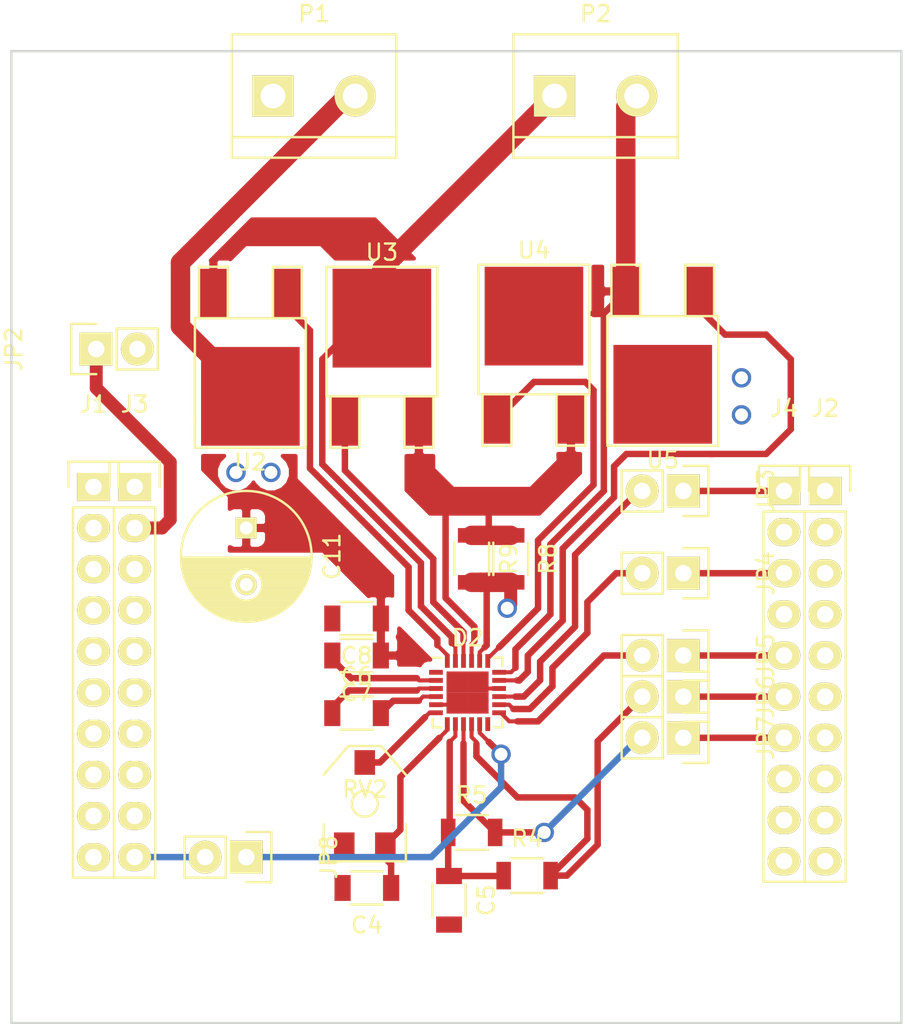
<source format=kicad_pcb>
(kicad_pcb (version 4) (host pcbnew 4.0.0-rc2-1-stable)

  (general
    (links 59)
    (no_connects 16)
    (area 157.658999 63.551999 214.451001 137.616001)
    (thickness 1.6)
    (drawings 4)
    (tracks 204)
    (zones 0)
    (modules 29)
    (nets 63)
  )

  (page A4)
  (layers
    (0 F.Cu signal)
    (31 B.Cu signal)
    (32 B.Adhes user)
    (33 F.Adhes user)
    (34 B.Paste user)
    (35 F.Paste user)
    (36 B.SilkS user)
    (37 F.SilkS user)
    (38 B.Mask user)
    (39 F.Mask user)
    (40 Dwgs.User user)
    (41 Cmts.User user)
    (42 Eco1.User user)
    (43 Eco2.User user)
    (44 Edge.Cuts user)
    (45 Margin user)
    (46 B.CrtYd user)
    (47 F.CrtYd user)
    (48 B.Fab user)
    (49 F.Fab user)
  )

  (setup
    (last_trace_width 0.4)
    (user_trace_width 0.25)
    (user_trace_width 0.4)
    (user_trace_width 0.8)
    (user_trace_width 1.2)
    (trace_clearance 0.2)
    (zone_clearance 0.508)
    (zone_45_only no)
    (trace_min 0.2)
    (segment_width 0.2)
    (edge_width 0.15)
    (via_size 1.2)
    (via_drill 0.8)
    (via_min_size 1.2)
    (via_min_drill 0.8)
    (user_via 1.2 0.8)
    (uvia_size 0.3)
    (uvia_drill 0.1)
    (uvias_allowed no)
    (uvia_min_size 0.2)
    (uvia_min_drill 0.1)
    (pcb_text_width 0.3)
    (pcb_text_size 1.5 1.5)
    (mod_edge_width 0.15)
    (mod_text_size 1 1)
    (mod_text_width 0.15)
    (pad_size 1.524 1.524)
    (pad_drill 0.762)
    (pad_to_mask_clearance 0.2)
    (aux_axis_origin 0 0)
    (visible_elements FFFFFF7F)
    (pcbplotparams
      (layerselection 0x00030_80000001)
      (usegerberextensions false)
      (excludeedgelayer true)
      (linewidth 0.100000)
      (plotframeref false)
      (viasonmask false)
      (mode 1)
      (useauxorigin false)
      (hpglpennumber 1)
      (hpglpenspeed 20)
      (hpglpendiameter 15)
      (hpglpenoverlay 2)
      (psnegative false)
      (psa4output false)
      (plotreference true)
      (plotvalue true)
      (plotinvisibletext false)
      (padsonsilk false)
      (subtractmaskfromsilk false)
      (outputformat 1)
      (mirror false)
      (drillshape 1)
      (scaleselection 1)
      (outputdirectory ""))
  )

  (net 0 "")
  (net 1 VM)
  (net 2 GND)
  (net 3 +3V3)
  (net 4 "Net-(C4-Pad1)")
  (net 5 "Net-(C5-Pad1)")
  (net 6 "Net-(C6-Pad1)")
  (net 7 "Net-(C6-Pad2)")
  (net 8 "Net-(C7-Pad2)")
  (net 9 "Net-(D2-Pad6)")
  (net 10 "Net-(D2-Pad12)")
  (net 11 "Net-(D2-Pad17)")
  (net 12 "Net-(D2-Pad18)")
  (net 13 "Net-(D2-Pad19)")
  (net 14 "Net-(D2-Pad21)")
  (net 15 "Net-(D2-Pad22)")
  (net 16 "Net-(D2-Pad23)")
  (net 17 "Net-(D2-Pad24)")
  (net 18 "Net-(J1-Pad2)")
  (net 19 "Net-(J1-Pad3)")
  (net 20 "Net-(J1-Pad4)")
  (net 21 "Net-(J1-Pad6)")
  (net 22 "Net-(J1-Pad7)")
  (net 23 "Net-(J1-Pad8)")
  (net 24 "Net-(J1-Pad9)")
  (net 25 "Net-(J1-Pad10)")
  (net 26 "Net-(J2-Pad1)")
  (net 27 "Net-(J2-Pad2)")
  (net 28 "Net-(J2-Pad3)")
  (net 29 "Net-(J2-Pad4)")
  (net 30 "Net-(J2-Pad5)")
  (net 31 "Net-(J2-Pad6)")
  (net 32 "Net-(J2-Pad7)")
  (net 33 "Net-(J2-Pad8)")
  (net 34 "Net-(J2-Pad9)")
  (net 35 "Net-(J2-Pad10)")
  (net 36 +5V)
  (net 37 "Net-(J3-Pad4)")
  (net 38 "Net-(J3-Pad5)")
  (net 39 "Net-(J3-Pad6)")
  (net 40 "Net-(J3-Pad7)")
  (net 41 "Net-(J3-Pad8)")
  (net 42 "Net-(J3-Pad9)")
  (net 43 "Net-(J4-Pad4)")
  (net 44 "Net-(J4-Pad8)")
  (net 45 "Net-(J4-Pad9)")
  (net 46 "Net-(J4-Pad10)")
  (net 47 /A1)
  (net 48 "Net-(J1-Pad5)")
  (net 49 "Net-(J3-Pad3)")
  (net 50 /P36)
  (net 51 /P35)
  (net 52 /P34)
  (net 53 /P40)
  (net 54 /P38)
  (net 55 "Net-(J4-Pad2)")
  (net 56 GNDA)
  (net 57 /P40A)
  (net 58 /P38A)
  (net 59 /P36A)
  (net 60 /P35A)
  (net 61 /P34A)
  (net 62 /A1A)

  (net_class Default "This is the default net class."
    (clearance 0.2)
    (trace_width 0.25)
    (via_dia 1.2)
    (via_drill 0.8)
    (uvia_dia 0.3)
    (uvia_drill 0.1)
    (add_net +3V3)
    (add_net +5V)
    (add_net /A1)
    (add_net /A1A)
    (add_net /P34)
    (add_net /P34A)
    (add_net /P35)
    (add_net /P35A)
    (add_net /P36)
    (add_net /P36A)
    (add_net /P38)
    (add_net /P38A)
    (add_net /P40)
    (add_net /P40A)
    (add_net GND)
    (add_net GNDA)
    (add_net "Net-(C4-Pad1)")
    (add_net "Net-(C5-Pad1)")
    (add_net "Net-(C6-Pad1)")
    (add_net "Net-(C6-Pad2)")
    (add_net "Net-(C7-Pad2)")
    (add_net "Net-(D2-Pad12)")
    (add_net "Net-(D2-Pad17)")
    (add_net "Net-(D2-Pad18)")
    (add_net "Net-(D2-Pad19)")
    (add_net "Net-(D2-Pad21)")
    (add_net "Net-(D2-Pad22)")
    (add_net "Net-(D2-Pad23)")
    (add_net "Net-(D2-Pad24)")
    (add_net "Net-(D2-Pad6)")
    (add_net "Net-(J1-Pad10)")
    (add_net "Net-(J1-Pad2)")
    (add_net "Net-(J1-Pad3)")
    (add_net "Net-(J1-Pad4)")
    (add_net "Net-(J1-Pad5)")
    (add_net "Net-(J1-Pad6)")
    (add_net "Net-(J1-Pad7)")
    (add_net "Net-(J1-Pad8)")
    (add_net "Net-(J1-Pad9)")
    (add_net "Net-(J2-Pad1)")
    (add_net "Net-(J2-Pad10)")
    (add_net "Net-(J2-Pad2)")
    (add_net "Net-(J2-Pad3)")
    (add_net "Net-(J2-Pad4)")
    (add_net "Net-(J2-Pad5)")
    (add_net "Net-(J2-Pad6)")
    (add_net "Net-(J2-Pad7)")
    (add_net "Net-(J2-Pad8)")
    (add_net "Net-(J2-Pad9)")
    (add_net "Net-(J3-Pad3)")
    (add_net "Net-(J3-Pad4)")
    (add_net "Net-(J3-Pad5)")
    (add_net "Net-(J3-Pad6)")
    (add_net "Net-(J3-Pad7)")
    (add_net "Net-(J3-Pad8)")
    (add_net "Net-(J3-Pad9)")
    (add_net "Net-(J4-Pad10)")
    (add_net "Net-(J4-Pad2)")
    (add_net "Net-(J4-Pad4)")
    (add_net "Net-(J4-Pad8)")
    (add_net "Net-(J4-Pad9)")
    (add_net VM)
  )

  (net_class PPAD ""
    (clearance 0.2)
    (trace_width 0.2)
    (via_dia 1.2)
    (via_drill 0.8)
    (uvia_dia 0.3)
    (uvia_drill 0.1)
  )

  (module Capacitors_SMD:C_1206 (layer F.Cu) (tedit 5415D7BD) (tstamp 56C6093F)
    (at 119.467 121.666 180)
    (descr "Capacitor SMD 1206, reflow soldering, AVX (see smccp.pdf)")
    (tags "capacitor 1206")
    (path /56C42EC6)
    (attr smd)
    (fp_text reference C4 (at 0 -2.3 180) (layer F.SilkS)
      (effects (font (size 1 1) (thickness 0.15)))
    )
    (fp_text value 1uF (at 0 2.3 180) (layer F.Fab)
      (effects (font (size 1 1) (thickness 0.15)))
    )
    (fp_line (start -2.3 -1.15) (end 2.3 -1.15) (layer F.CrtYd) (width 0.05))
    (fp_line (start -2.3 1.15) (end 2.3 1.15) (layer F.CrtYd) (width 0.05))
    (fp_line (start -2.3 -1.15) (end -2.3 1.15) (layer F.CrtYd) (width 0.05))
    (fp_line (start 2.3 -1.15) (end 2.3 1.15) (layer F.CrtYd) (width 0.05))
    (fp_line (start 1 -1.025) (end -1 -1.025) (layer F.SilkS) (width 0.15))
    (fp_line (start -1 1.025) (end 1 1.025) (layer F.SilkS) (width 0.15))
    (pad 1 smd rect (at -1.5 0 180) (size 1 1.6) (layers F.Cu F.Paste F.Mask)
      (net 4 "Net-(C4-Pad1)"))
    (pad 2 smd rect (at 1.5 0 180) (size 1 1.6) (layers F.Cu F.Paste F.Mask)
      (net 2 GND))
    (model Capacitors_SMD.3dshapes/C_1206.wrl
      (at (xyz 0 0 0))
      (scale (xyz 1 1 1))
      (rotate (xyz 0 0 0))
    )
  )

  (module Capacitors_SMD:C_1206 (layer F.Cu) (tedit 5415D7BD) (tstamp 56C60945)
    (at 124.547 122.428 270)
    (descr "Capacitor SMD 1206, reflow soldering, AVX (see smccp.pdf)")
    (tags "capacitor 1206")
    (path /56C42F5B)
    (attr smd)
    (fp_text reference C5 (at 0 -2.3 270) (layer F.SilkS)
      (effects (font (size 1 1) (thickness 0.15)))
    )
    (fp_text value 1uF (at 0 2.3 270) (layer F.Fab)
      (effects (font (size 1 1) (thickness 0.15)))
    )
    (fp_line (start -2.3 -1.15) (end 2.3 -1.15) (layer F.CrtYd) (width 0.05))
    (fp_line (start -2.3 1.15) (end 2.3 1.15) (layer F.CrtYd) (width 0.05))
    (fp_line (start -2.3 -1.15) (end -2.3 1.15) (layer F.CrtYd) (width 0.05))
    (fp_line (start 2.3 -1.15) (end 2.3 1.15) (layer F.CrtYd) (width 0.05))
    (fp_line (start 1 -1.025) (end -1 -1.025) (layer F.SilkS) (width 0.15))
    (fp_line (start -1 1.025) (end 1 1.025) (layer F.SilkS) (width 0.15))
    (pad 1 smd rect (at -1.5 0 270) (size 1 1.6) (layers F.Cu F.Paste F.Mask)
      (net 5 "Net-(C5-Pad1)"))
    (pad 2 smd rect (at 1.5 0 270) (size 1 1.6) (layers F.Cu F.Paste F.Mask)
      (net 2 GND))
    (model Capacitors_SMD.3dshapes/C_1206.wrl
      (at (xyz 0 0 0))
      (scale (xyz 1 1 1))
      (rotate (xyz 0 0 0))
    )
  )

  (module Capacitors_SMD:C_1206 (layer F.Cu) (tedit 5415D7BD) (tstamp 56C6094B)
    (at 118.832 110.871)
    (descr "Capacitor SMD 1206, reflow soldering, AVX (see smccp.pdf)")
    (tags "capacitor 1206")
    (path /56C42B60)
    (attr smd)
    (fp_text reference C6 (at 0 -2.3) (layer F.SilkS)
      (effects (font (size 1 1) (thickness 0.15)))
    )
    (fp_text value C (at 0 2.3) (layer F.Fab)
      (effects (font (size 1 1) (thickness 0.15)))
    )
    (fp_line (start -2.3 -1.15) (end 2.3 -1.15) (layer F.CrtYd) (width 0.05))
    (fp_line (start -2.3 1.15) (end 2.3 1.15) (layer F.CrtYd) (width 0.05))
    (fp_line (start -2.3 -1.15) (end -2.3 1.15) (layer F.CrtYd) (width 0.05))
    (fp_line (start 2.3 -1.15) (end 2.3 1.15) (layer F.CrtYd) (width 0.05))
    (fp_line (start 1 -1.025) (end -1 -1.025) (layer F.SilkS) (width 0.15))
    (fp_line (start -1 1.025) (end 1 1.025) (layer F.SilkS) (width 0.15))
    (pad 1 smd rect (at -1.5 0) (size 1 1.6) (layers F.Cu F.Paste F.Mask)
      (net 6 "Net-(C6-Pad1)"))
    (pad 2 smd rect (at 1.5 0) (size 1 1.6) (layers F.Cu F.Paste F.Mask)
      (net 7 "Net-(C6-Pad2)"))
    (model Capacitors_SMD.3dshapes/C_1206.wrl
      (at (xyz 0 0 0))
      (scale (xyz 1 1 1))
      (rotate (xyz 0 0 0))
    )
  )

  (module Capacitors_SMD:C_1206 (layer F.Cu) (tedit 5415D7BD) (tstamp 56C60951)
    (at 118.832 107.315 180)
    (descr "Capacitor SMD 1206, reflow soldering, AVX (see smccp.pdf)")
    (tags "capacitor 1206")
    (path /56C42806)
    (attr smd)
    (fp_text reference C7 (at 0 -2.3 180) (layer F.SilkS)
      (effects (font (size 1 1) (thickness 0.15)))
    )
    (fp_text value 1uF (at 0 2.3 180) (layer F.Fab)
      (effects (font (size 1 1) (thickness 0.15)))
    )
    (fp_line (start -2.3 -1.15) (end 2.3 -1.15) (layer F.CrtYd) (width 0.05))
    (fp_line (start -2.3 1.15) (end 2.3 1.15) (layer F.CrtYd) (width 0.05))
    (fp_line (start -2.3 -1.15) (end -2.3 1.15) (layer F.CrtYd) (width 0.05))
    (fp_line (start 2.3 -1.15) (end 2.3 1.15) (layer F.CrtYd) (width 0.05))
    (fp_line (start 1 -1.025) (end -1 -1.025) (layer F.SilkS) (width 0.15))
    (fp_line (start -1 1.025) (end 1 1.025) (layer F.SilkS) (width 0.15))
    (pad 1 smd rect (at -1.5 0 180) (size 1 1.6) (layers F.Cu F.Paste F.Mask)
      (net 1 VM))
    (pad 2 smd rect (at 1.5 0 180) (size 1 1.6) (layers F.Cu F.Paste F.Mask)
      (net 8 "Net-(C7-Pad2)"))
    (model Capacitors_SMD.3dshapes/C_1206.wrl
      (at (xyz 0 0 0))
      (scale (xyz 1 1 1))
      (rotate (xyz 0 0 0))
    )
  )

  (module Capacitors_SMD:C_1206 (layer F.Cu) (tedit 5415D7BD) (tstamp 56C60957)
    (at 118.832 105.029 180)
    (descr "Capacitor SMD 1206, reflow soldering, AVX (see smccp.pdf)")
    (tags "capacitor 1206")
    (path /56C42885)
    (attr smd)
    (fp_text reference C8 (at 0 -2.3 180) (layer F.SilkS)
      (effects (font (size 1 1) (thickness 0.15)))
    )
    (fp_text value 0.1uF (at 0 2.3 180) (layer F.Fab)
      (effects (font (size 1 1) (thickness 0.15)))
    )
    (fp_line (start -2.3 -1.15) (end 2.3 -1.15) (layer F.CrtYd) (width 0.05))
    (fp_line (start -2.3 1.15) (end 2.3 1.15) (layer F.CrtYd) (width 0.05))
    (fp_line (start -2.3 -1.15) (end -2.3 1.15) (layer F.CrtYd) (width 0.05))
    (fp_line (start 2.3 -1.15) (end 2.3 1.15) (layer F.CrtYd) (width 0.05))
    (fp_line (start 1 -1.025) (end -1 -1.025) (layer F.SilkS) (width 0.15))
    (fp_line (start -1 1.025) (end 1 1.025) (layer F.SilkS) (width 0.15))
    (pad 1 smd rect (at -1.5 0 180) (size 1 1.6) (layers F.Cu F.Paste F.Mask)
      (net 1 VM))
    (pad 2 smd rect (at 1.5 0 180) (size 1 1.6) (layers F.Cu F.Paste F.Mask)
      (net 2 GND))
    (model Capacitors_SMD.3dshapes/C_1206.wrl
      (at (xyz 0 0 0))
      (scale (xyz 1 1 1))
      (rotate (xyz 0 0 0))
    )
  )

  (module Housings_DFN_QFN:QFN-24-1EP_4x4mm_Pitch0.5mm (layer F.Cu) (tedit 54130A77) (tstamp 56C6097D)
    (at 125.69 109.601)
    (descr "24-Lead Plastic Quad Flat, No Lead Package (MJ) - 4x4x0.9 mm Body [QFN]; (see Microchip Packaging Specification 00000049BS.pdf)")
    (tags "QFN 0.5")
    (path /56C42641)
    (attr smd)
    (fp_text reference D2 (at 0 -3.375) (layer F.SilkS)
      (effects (font (size 1 1) (thickness 0.15)))
    )
    (fp_text value DRV_8701 (at 0 3.375) (layer F.Fab)
      (effects (font (size 1 1) (thickness 0.15)))
    )
    (fp_line (start -2.65 -2.65) (end -2.65 2.65) (layer F.CrtYd) (width 0.05))
    (fp_line (start 2.65 -2.65) (end 2.65 2.65) (layer F.CrtYd) (width 0.05))
    (fp_line (start -2.65 -2.65) (end 2.65 -2.65) (layer F.CrtYd) (width 0.05))
    (fp_line (start -2.65 2.65) (end 2.65 2.65) (layer F.CrtYd) (width 0.05))
    (fp_line (start 2.15 -2.15) (end 2.15 -1.625) (layer F.SilkS) (width 0.15))
    (fp_line (start -2.15 2.15) (end -2.15 1.625) (layer F.SilkS) (width 0.15))
    (fp_line (start 2.15 2.15) (end 2.15 1.625) (layer F.SilkS) (width 0.15))
    (fp_line (start -2.15 -2.15) (end -1.625 -2.15) (layer F.SilkS) (width 0.15))
    (fp_line (start -2.15 2.15) (end -1.625 2.15) (layer F.SilkS) (width 0.15))
    (fp_line (start 2.15 2.15) (end 1.625 2.15) (layer F.SilkS) (width 0.15))
    (fp_line (start 2.15 -2.15) (end 1.625 -2.15) (layer F.SilkS) (width 0.15))
    (pad 1 smd rect (at -1.95 -1.25) (size 0.85 0.3) (layers F.Cu F.Paste F.Mask)
      (net 1 VM))
    (pad 2 smd rect (at -1.95 -0.75) (size 0.85 0.3) (layers F.Cu F.Paste F.Mask)
      (net 8 "Net-(C7-Pad2)"))
    (pad 3 smd rect (at -1.95 -0.25) (size 0.85 0.3) (layers F.Cu F.Paste F.Mask)
      (net 6 "Net-(C6-Pad1)"))
    (pad 4 smd rect (at -1.95 0.25) (size 0.85 0.3) (layers F.Cu F.Paste F.Mask)
      (net 7 "Net-(C6-Pad2)"))
    (pad 5 smd rect (at -1.95 0.75) (size 0.85 0.3) (layers F.Cu F.Paste F.Mask)
      (net 2 GND))
    (pad 6 smd rect (at -1.95 1.25) (size 0.85 0.3) (layers F.Cu F.Paste F.Mask)
      (net 9 "Net-(D2-Pad6)"))
    (pad 7 smd rect (at -1.25 1.95 90) (size 0.85 0.3) (layers F.Cu F.Paste F.Mask)
      (net 4 "Net-(C4-Pad1)"))
    (pad 8 smd rect (at -0.75 1.95 90) (size 0.85 0.3) (layers F.Cu F.Paste F.Mask)
      (net 5 "Net-(C5-Pad1)"))
    (pad 9 smd rect (at -0.25 1.95 90) (size 0.85 0.3) (layers F.Cu F.Paste F.Mask)
      (net 52 /P34))
    (pad 10 smd rect (at 0.25 1.95 90) (size 0.85 0.3) (layers F.Cu F.Paste F.Mask)
      (net 51 /P35))
    (pad 11 smd rect (at 0.75 1.95 90) (size 0.85 0.3) (layers F.Cu F.Paste F.Mask)
      (net 47 /A1))
    (pad 12 smd rect (at 1.25 1.95 90) (size 0.85 0.3) (layers F.Cu F.Paste F.Mask)
      (net 10 "Net-(D2-Pad12)"))
    (pad 13 smd rect (at 1.95 1.25) (size 0.85 0.3) (layers F.Cu F.Paste F.Mask)
      (net 50 /P36))
    (pad 14 smd rect (at 1.95 0.75) (size 0.85 0.3) (layers F.Cu F.Paste F.Mask)
      (net 54 /P38))
    (pad 15 smd rect (at 1.95 0.25) (size 0.85 0.3) (layers F.Cu F.Paste F.Mask)
      (net 53 /P40))
    (pad 16 smd rect (at 1.95 -0.25) (size 0.85 0.3) (layers F.Cu F.Paste F.Mask)
      (net 2 GND))
    (pad 17 smd rect (at 1.95 -0.75) (size 0.85 0.3) (layers F.Cu F.Paste F.Mask)
      (net 11 "Net-(D2-Pad17)"))
    (pad 18 smd rect (at 1.95 -1.25) (size 0.85 0.3) (layers F.Cu F.Paste F.Mask)
      (net 12 "Net-(D2-Pad18)"))
    (pad 19 smd rect (at 1.25 -1.95 90) (size 0.85 0.3) (layers F.Cu F.Paste F.Mask)
      (net 13 "Net-(D2-Pad19)"))
    (pad 20 smd rect (at 0.75 -1.95 90) (size 0.85 0.3) (layers F.Cu F.Paste F.Mask)
      (net 2 GND))
    (pad 21 smd rect (at 0.25 -1.95 90) (size 0.85 0.3) (layers F.Cu F.Paste F.Mask)
      (net 14 "Net-(D2-Pad21)"))
    (pad 22 smd rect (at -0.25 -1.95 90) (size 0.85 0.3) (layers F.Cu F.Paste F.Mask)
      (net 15 "Net-(D2-Pad22)"))
    (pad 23 smd rect (at -0.75 -1.95 90) (size 0.85 0.3) (layers F.Cu F.Paste F.Mask)
      (net 16 "Net-(D2-Pad23)"))
    (pad 24 smd rect (at -1.25 -1.95 90) (size 0.85 0.3) (layers F.Cu F.Paste F.Mask)
      (net 17 "Net-(D2-Pad24)"))
    (pad 25 smd rect (at 0.65 0.65) (size 1.3 1.3) (layers F.Cu F.Paste F.Mask)
      (net 2 GND) (solder_paste_margin_ratio -0.2))
    (pad 25 smd rect (at 0.65 -0.65) (size 1.3 1.3) (layers F.Cu F.Paste F.Mask)
      (net 2 GND) (solder_paste_margin_ratio -0.2))
    (pad 25 smd rect (at -0.65 0.65) (size 1.3 1.3) (layers F.Cu F.Paste F.Mask)
      (net 2 GND) (solder_paste_margin_ratio -0.2))
    (pad 25 smd rect (at -0.65 -0.65) (size 1.3 1.3) (layers F.Cu F.Paste F.Mask)
      (net 2 GND) (solder_paste_margin_ratio -0.2))
    (model Housings_DFN_QFN.3dshapes/QFN-24-1EP_4x4mm_Pitch0.5mm.wrl
      (at (xyz 0 0 0))
      (scale (xyz 1 1 1))
      (rotate (xyz 0 0 0))
    )
  )

  (module Pin_Headers:Pin_Header_Straight_1x10 (layer F.Cu) (tedit 0) (tstamp 56C6098B)
    (at 102.576 96.901)
    (descr "Through hole pin header")
    (tags "pin header")
    (path /56C597C3)
    (fp_text reference J1 (at 0 -5.1) (layer F.SilkS)
      (effects (font (size 1 1) (thickness 0.15)))
    )
    (fp_text value CONN_01X10 (at 0 -3.1) (layer F.Fab)
      (effects (font (size 1 1) (thickness 0.15)))
    )
    (fp_line (start -1.75 -1.75) (end -1.75 24.65) (layer F.CrtYd) (width 0.05))
    (fp_line (start 1.75 -1.75) (end 1.75 24.65) (layer F.CrtYd) (width 0.05))
    (fp_line (start -1.75 -1.75) (end 1.75 -1.75) (layer F.CrtYd) (width 0.05))
    (fp_line (start -1.75 24.65) (end 1.75 24.65) (layer F.CrtYd) (width 0.05))
    (fp_line (start 1.27 1.27) (end 1.27 24.13) (layer F.SilkS) (width 0.15))
    (fp_line (start 1.27 24.13) (end -1.27 24.13) (layer F.SilkS) (width 0.15))
    (fp_line (start -1.27 24.13) (end -1.27 1.27) (layer F.SilkS) (width 0.15))
    (fp_line (start 1.55 -1.55) (end 1.55 0) (layer F.SilkS) (width 0.15))
    (fp_line (start 1.27 1.27) (end -1.27 1.27) (layer F.SilkS) (width 0.15))
    (fp_line (start -1.55 0) (end -1.55 -1.55) (layer F.SilkS) (width 0.15))
    (fp_line (start -1.55 -1.55) (end 1.55 -1.55) (layer F.SilkS) (width 0.15))
    (pad 1 thru_hole rect (at 0 0) (size 2.032 1.7272) (drill 1.016) (layers *.Cu *.Mask F.SilkS)
      (net 3 +3V3))
    (pad 2 thru_hole oval (at 0 2.54) (size 2.032 1.7272) (drill 1.016) (layers *.Cu *.Mask F.SilkS)
      (net 18 "Net-(J1-Pad2)"))
    (pad 3 thru_hole oval (at 0 5.08) (size 2.032 1.7272) (drill 1.016) (layers *.Cu *.Mask F.SilkS)
      (net 19 "Net-(J1-Pad3)"))
    (pad 4 thru_hole oval (at 0 7.62) (size 2.032 1.7272) (drill 1.016) (layers *.Cu *.Mask F.SilkS)
      (net 20 "Net-(J1-Pad4)"))
    (pad 5 thru_hole oval (at 0 10.16) (size 2.032 1.7272) (drill 1.016) (layers *.Cu *.Mask F.SilkS)
      (net 48 "Net-(J1-Pad5)"))
    (pad 6 thru_hole oval (at 0 12.7) (size 2.032 1.7272) (drill 1.016) (layers *.Cu *.Mask F.SilkS)
      (net 21 "Net-(J1-Pad6)"))
    (pad 7 thru_hole oval (at 0 15.24) (size 2.032 1.7272) (drill 1.016) (layers *.Cu *.Mask F.SilkS)
      (net 22 "Net-(J1-Pad7)"))
    (pad 8 thru_hole oval (at 0 17.78) (size 2.032 1.7272) (drill 1.016) (layers *.Cu *.Mask F.SilkS)
      (net 23 "Net-(J1-Pad8)"))
    (pad 9 thru_hole oval (at 0 20.32) (size 2.032 1.7272) (drill 1.016) (layers *.Cu *.Mask F.SilkS)
      (net 24 "Net-(J1-Pad9)"))
    (pad 10 thru_hole oval (at 0 22.86) (size 2.032 1.7272) (drill 1.016) (layers *.Cu *.Mask F.SilkS)
      (net 25 "Net-(J1-Pad10)"))
    (model Pin_Headers.3dshapes/Pin_Header_Straight_1x10.wrl
      (at (xyz 0 -0.45 0))
      (scale (xyz 1 1 1))
      (rotate (xyz 0 0 90))
    )
  )

  (module Pin_Headers:Pin_Header_Straight_1x10 (layer F.Cu) (tedit 0) (tstamp 56C60999)
    (at 147.788 97.155)
    (descr "Through hole pin header")
    (tags "pin header")
    (path /56C598EC)
    (fp_text reference J2 (at 0 -5.1) (layer F.SilkS)
      (effects (font (size 1 1) (thickness 0.15)))
    )
    (fp_text value CONN_01X10 (at 0 -3.1) (layer F.Fab)
      (effects (font (size 1 1) (thickness 0.15)))
    )
    (fp_line (start -1.75 -1.75) (end -1.75 24.65) (layer F.CrtYd) (width 0.05))
    (fp_line (start 1.75 -1.75) (end 1.75 24.65) (layer F.CrtYd) (width 0.05))
    (fp_line (start -1.75 -1.75) (end 1.75 -1.75) (layer F.CrtYd) (width 0.05))
    (fp_line (start -1.75 24.65) (end 1.75 24.65) (layer F.CrtYd) (width 0.05))
    (fp_line (start 1.27 1.27) (end 1.27 24.13) (layer F.SilkS) (width 0.15))
    (fp_line (start 1.27 24.13) (end -1.27 24.13) (layer F.SilkS) (width 0.15))
    (fp_line (start -1.27 24.13) (end -1.27 1.27) (layer F.SilkS) (width 0.15))
    (fp_line (start 1.55 -1.55) (end 1.55 0) (layer F.SilkS) (width 0.15))
    (fp_line (start 1.27 1.27) (end -1.27 1.27) (layer F.SilkS) (width 0.15))
    (fp_line (start -1.55 0) (end -1.55 -1.55) (layer F.SilkS) (width 0.15))
    (fp_line (start -1.55 -1.55) (end 1.55 -1.55) (layer F.SilkS) (width 0.15))
    (pad 1 thru_hole rect (at 0 0) (size 2.032 1.7272) (drill 1.016) (layers *.Cu *.Mask F.SilkS)
      (net 26 "Net-(J2-Pad1)"))
    (pad 2 thru_hole oval (at 0 2.54) (size 2.032 1.7272) (drill 1.016) (layers *.Cu *.Mask F.SilkS)
      (net 27 "Net-(J2-Pad2)"))
    (pad 3 thru_hole oval (at 0 5.08) (size 2.032 1.7272) (drill 1.016) (layers *.Cu *.Mask F.SilkS)
      (net 28 "Net-(J2-Pad3)"))
    (pad 4 thru_hole oval (at 0 7.62) (size 2.032 1.7272) (drill 1.016) (layers *.Cu *.Mask F.SilkS)
      (net 29 "Net-(J2-Pad4)"))
    (pad 5 thru_hole oval (at 0 10.16) (size 2.032 1.7272) (drill 1.016) (layers *.Cu *.Mask F.SilkS)
      (net 30 "Net-(J2-Pad5)"))
    (pad 6 thru_hole oval (at 0 12.7) (size 2.032 1.7272) (drill 1.016) (layers *.Cu *.Mask F.SilkS)
      (net 31 "Net-(J2-Pad6)"))
    (pad 7 thru_hole oval (at 0 15.24) (size 2.032 1.7272) (drill 1.016) (layers *.Cu *.Mask F.SilkS)
      (net 32 "Net-(J2-Pad7)"))
    (pad 8 thru_hole oval (at 0 17.78) (size 2.032 1.7272) (drill 1.016) (layers *.Cu *.Mask F.SilkS)
      (net 33 "Net-(J2-Pad8)"))
    (pad 9 thru_hole oval (at 0 20.32) (size 2.032 1.7272) (drill 1.016) (layers *.Cu *.Mask F.SilkS)
      (net 34 "Net-(J2-Pad9)"))
    (pad 10 thru_hole oval (at 0 22.86) (size 2.032 1.7272) (drill 1.016) (layers *.Cu *.Mask F.SilkS)
      (net 35 "Net-(J2-Pad10)"))
    (model Pin_Headers.3dshapes/Pin_Header_Straight_1x10.wrl
      (at (xyz 0 -0.45 0))
      (scale (xyz 1 1 1))
      (rotate (xyz 0 0 90))
    )
  )

  (module Pin_Headers:Pin_Header_Straight_1x10 (layer F.Cu) (tedit 0) (tstamp 56C609A7)
    (at 105.116 96.901)
    (descr "Through hole pin header")
    (tags "pin header")
    (path /56C59656)
    (fp_text reference J3 (at 0 -5.1) (layer F.SilkS)
      (effects (font (size 1 1) (thickness 0.15)))
    )
    (fp_text value CONN_01X10 (at 0 -3.1) (layer F.Fab)
      (effects (font (size 1 1) (thickness 0.15)))
    )
    (fp_line (start -1.75 -1.75) (end -1.75 24.65) (layer F.CrtYd) (width 0.05))
    (fp_line (start 1.75 -1.75) (end 1.75 24.65) (layer F.CrtYd) (width 0.05))
    (fp_line (start -1.75 -1.75) (end 1.75 -1.75) (layer F.CrtYd) (width 0.05))
    (fp_line (start -1.75 24.65) (end 1.75 24.65) (layer F.CrtYd) (width 0.05))
    (fp_line (start 1.27 1.27) (end 1.27 24.13) (layer F.SilkS) (width 0.15))
    (fp_line (start 1.27 24.13) (end -1.27 24.13) (layer F.SilkS) (width 0.15))
    (fp_line (start -1.27 24.13) (end -1.27 1.27) (layer F.SilkS) (width 0.15))
    (fp_line (start 1.55 -1.55) (end 1.55 0) (layer F.SilkS) (width 0.15))
    (fp_line (start 1.27 1.27) (end -1.27 1.27) (layer F.SilkS) (width 0.15))
    (fp_line (start -1.55 0) (end -1.55 -1.55) (layer F.SilkS) (width 0.15))
    (fp_line (start -1.55 -1.55) (end 1.55 -1.55) (layer F.SilkS) (width 0.15))
    (pad 1 thru_hole rect (at 0 0) (size 2.032 1.7272) (drill 1.016) (layers *.Cu *.Mask F.SilkS)
      (net 36 +5V))
    (pad 2 thru_hole oval (at 0 2.54) (size 2.032 1.7272) (drill 1.016) (layers *.Cu *.Mask F.SilkS)
      (net 56 GNDA))
    (pad 3 thru_hole oval (at 0 5.08) (size 2.032 1.7272) (drill 1.016) (layers *.Cu *.Mask F.SilkS)
      (net 49 "Net-(J3-Pad3)"))
    (pad 4 thru_hole oval (at 0 7.62) (size 2.032 1.7272) (drill 1.016) (layers *.Cu *.Mask F.SilkS)
      (net 37 "Net-(J3-Pad4)"))
    (pad 5 thru_hole oval (at 0 10.16) (size 2.032 1.7272) (drill 1.016) (layers *.Cu *.Mask F.SilkS)
      (net 38 "Net-(J3-Pad5)"))
    (pad 6 thru_hole oval (at 0 12.7) (size 2.032 1.7272) (drill 1.016) (layers *.Cu *.Mask F.SilkS)
      (net 39 "Net-(J3-Pad6)"))
    (pad 7 thru_hole oval (at 0 15.24) (size 2.032 1.7272) (drill 1.016) (layers *.Cu *.Mask F.SilkS)
      (net 40 "Net-(J3-Pad7)"))
    (pad 8 thru_hole oval (at 0 17.78) (size 2.032 1.7272) (drill 1.016) (layers *.Cu *.Mask F.SilkS)
      (net 41 "Net-(J3-Pad8)"))
    (pad 9 thru_hole oval (at 0 20.32) (size 2.032 1.7272) (drill 1.016) (layers *.Cu *.Mask F.SilkS)
      (net 42 "Net-(J3-Pad9)"))
    (pad 10 thru_hole oval (at 0 22.86) (size 2.032 1.7272) (drill 1.016) (layers *.Cu *.Mask F.SilkS)
      (net 47 /A1))
    (model Pin_Headers.3dshapes/Pin_Header_Straight_1x10.wrl
      (at (xyz 0 -0.45 0))
      (scale (xyz 1 1 1))
      (rotate (xyz 0 0 90))
    )
  )

  (module Pin_Headers:Pin_Header_Straight_1x10 (layer F.Cu) (tedit 0) (tstamp 56C609B5)
    (at 145.248 97.155)
    (descr "Through hole pin header")
    (tags "pin header")
    (path /56C59856)
    (fp_text reference J4 (at 0 -5.1) (layer F.SilkS)
      (effects (font (size 1 1) (thickness 0.15)))
    )
    (fp_text value CONN_01X10 (at 0 -3.1) (layer F.Fab)
      (effects (font (size 1 1) (thickness 0.15)))
    )
    (fp_line (start -1.75 -1.75) (end -1.75 24.65) (layer F.CrtYd) (width 0.05))
    (fp_line (start 1.75 -1.75) (end 1.75 24.65) (layer F.CrtYd) (width 0.05))
    (fp_line (start -1.75 -1.75) (end 1.75 -1.75) (layer F.CrtYd) (width 0.05))
    (fp_line (start -1.75 24.65) (end 1.75 24.65) (layer F.CrtYd) (width 0.05))
    (fp_line (start 1.27 1.27) (end 1.27 24.13) (layer F.SilkS) (width 0.15))
    (fp_line (start 1.27 24.13) (end -1.27 24.13) (layer F.SilkS) (width 0.15))
    (fp_line (start -1.27 24.13) (end -1.27 1.27) (layer F.SilkS) (width 0.15))
    (fp_line (start 1.55 -1.55) (end 1.55 0) (layer F.SilkS) (width 0.15))
    (fp_line (start 1.27 1.27) (end -1.27 1.27) (layer F.SilkS) (width 0.15))
    (fp_line (start -1.55 0) (end -1.55 -1.55) (layer F.SilkS) (width 0.15))
    (fp_line (start -1.55 -1.55) (end 1.55 -1.55) (layer F.SilkS) (width 0.15))
    (pad 1 thru_hole rect (at 0 0) (size 2.032 1.7272) (drill 1.016) (layers *.Cu *.Mask F.SilkS)
      (net 57 /P40A))
    (pad 2 thru_hole oval (at 0 2.54) (size 2.032 1.7272) (drill 1.016) (layers *.Cu *.Mask F.SilkS)
      (net 55 "Net-(J4-Pad2)"))
    (pad 3 thru_hole oval (at 0 5.08) (size 2.032 1.7272) (drill 1.016) (layers *.Cu *.Mask F.SilkS)
      (net 58 /P38A))
    (pad 4 thru_hole oval (at 0 7.62) (size 2.032 1.7272) (drill 1.016) (layers *.Cu *.Mask F.SilkS)
      (net 43 "Net-(J4-Pad4)"))
    (pad 5 thru_hole oval (at 0 10.16) (size 2.032 1.7272) (drill 1.016) (layers *.Cu *.Mask F.SilkS)
      (net 59 /P36A))
    (pad 6 thru_hole oval (at 0 12.7) (size 2.032 1.7272) (drill 1.016) (layers *.Cu *.Mask F.SilkS)
      (net 60 /P35A))
    (pad 7 thru_hole oval (at 0 15.24) (size 2.032 1.7272) (drill 1.016) (layers *.Cu *.Mask F.SilkS)
      (net 61 /P34A))
    (pad 8 thru_hole oval (at 0 17.78) (size 2.032 1.7272) (drill 1.016) (layers *.Cu *.Mask F.SilkS)
      (net 44 "Net-(J4-Pad8)"))
    (pad 9 thru_hole oval (at 0 20.32) (size 2.032 1.7272) (drill 1.016) (layers *.Cu *.Mask F.SilkS)
      (net 45 "Net-(J4-Pad9)"))
    (pad 10 thru_hole oval (at 0 22.86) (size 2.032 1.7272) (drill 1.016) (layers *.Cu *.Mask F.SilkS)
      (net 46 "Net-(J4-Pad10)"))
    (model Pin_Headers.3dshapes/Pin_Header_Straight_1x10.wrl
      (at (xyz 0 -0.45 0))
      (scale (xyz 1 1 1))
      (rotate (xyz 0 0 90))
    )
  )

  (module Resistors_SMD:R_1206 (layer F.Cu) (tedit 5415CFA7) (tstamp 56C609D3)
    (at 129.373 120.904)
    (descr "Resistor SMD 1206, reflow soldering, Vishay (see dcrcw.pdf)")
    (tags "resistor 1206")
    (path /56C42E50)
    (attr smd)
    (fp_text reference R4 (at 0 -2.3) (layer F.SilkS)
      (effects (font (size 1 1) (thickness 0.15)))
    )
    (fp_text value 10k (at 0 2.3) (layer F.Fab)
      (effects (font (size 1 1) (thickness 0.15)))
    )
    (fp_line (start -2.2 -1.2) (end 2.2 -1.2) (layer F.CrtYd) (width 0.05))
    (fp_line (start -2.2 1.2) (end 2.2 1.2) (layer F.CrtYd) (width 0.05))
    (fp_line (start -2.2 -1.2) (end -2.2 1.2) (layer F.CrtYd) (width 0.05))
    (fp_line (start 2.2 -1.2) (end 2.2 1.2) (layer F.CrtYd) (width 0.05))
    (fp_line (start 1 1.075) (end -1 1.075) (layer F.SilkS) (width 0.15))
    (fp_line (start -1 -1.075) (end 1 -1.075) (layer F.SilkS) (width 0.15))
    (pad 1 smd rect (at -1.45 0) (size 0.9 1.7) (layers F.Cu F.Paste F.Mask)
      (net 5 "Net-(C5-Pad1)"))
    (pad 2 smd rect (at 1.45 0) (size 0.9 1.7) (layers F.Cu F.Paste F.Mask)
      (net 51 /P35))
    (model Resistors_SMD.3dshapes/R_1206.wrl
      (at (xyz 0 0 0))
      (scale (xyz 1 1 1))
      (rotate (xyz 0 0 0))
    )
  )

  (module Resistors_SMD:R_1206 (layer F.Cu) (tedit 5415CFA7) (tstamp 56C609D9)
    (at 125.944 118.237)
    (descr "Resistor SMD 1206, reflow soldering, Vishay (see dcrcw.pdf)")
    (tags "resistor 1206")
    (path /56C42D77)
    (attr smd)
    (fp_text reference R5 (at 0 -2.3) (layer F.SilkS)
      (effects (font (size 1 1) (thickness 0.15)))
    )
    (fp_text value 10k (at 0 2.3) (layer F.Fab)
      (effects (font (size 1 1) (thickness 0.15)))
    )
    (fp_line (start -2.2 -1.2) (end 2.2 -1.2) (layer F.CrtYd) (width 0.05))
    (fp_line (start -2.2 1.2) (end 2.2 1.2) (layer F.CrtYd) (width 0.05))
    (fp_line (start -2.2 -1.2) (end -2.2 1.2) (layer F.CrtYd) (width 0.05))
    (fp_line (start 2.2 -1.2) (end 2.2 1.2) (layer F.CrtYd) (width 0.05))
    (fp_line (start 1 1.075) (end -1 1.075) (layer F.SilkS) (width 0.15))
    (fp_line (start -1 -1.075) (end 1 -1.075) (layer F.SilkS) (width 0.15))
    (pad 1 smd rect (at -1.45 0) (size 0.9 1.7) (layers F.Cu F.Paste F.Mask)
      (net 5 "Net-(C5-Pad1)"))
    (pad 2 smd rect (at 1.45 0) (size 0.9 1.7) (layers F.Cu F.Paste F.Mask)
      (net 52 /P34))
    (model Resistors_SMD.3dshapes/R_1206.wrl
      (at (xyz 0 0 0))
      (scale (xyz 1 1 1))
      (rotate (xyz 0 0 0))
    )
  )

  (module Resistors_SMD:R_1206 (layer F.Cu) (tedit 5415CFA7) (tstamp 56C609DF)
    (at 128.357 101.346 270)
    (descr "Resistor SMD 1206, reflow soldering, Vishay (see dcrcw.pdf)")
    (tags "resistor 1206")
    (path /56C42E7B)
    (attr smd)
    (fp_text reference R8 (at 0 -2.3 270) (layer F.SilkS)
      (effects (font (size 1 1) (thickness 0.15)))
    )
    (fp_text value 0.1 (at 0 2.3 270) (layer F.Fab)
      (effects (font (size 1 1) (thickness 0.15)))
    )
    (fp_line (start -2.2 -1.2) (end 2.2 -1.2) (layer F.CrtYd) (width 0.05))
    (fp_line (start -2.2 1.2) (end 2.2 1.2) (layer F.CrtYd) (width 0.05))
    (fp_line (start -2.2 -1.2) (end -2.2 1.2) (layer F.CrtYd) (width 0.05))
    (fp_line (start 2.2 -1.2) (end 2.2 1.2) (layer F.CrtYd) (width 0.05))
    (fp_line (start 1 1.075) (end -1 1.075) (layer F.SilkS) (width 0.15))
    (fp_line (start -1 -1.075) (end 1 -1.075) (layer F.SilkS) (width 0.15))
    (pad 1 smd rect (at -1.45 0 270) (size 0.9 1.7) (layers F.Cu F.Paste F.Mask)
      (net 14 "Net-(D2-Pad21)"))
    (pad 2 smd rect (at 1.45 0 270) (size 0.9 1.7) (layers F.Cu F.Paste F.Mask)
      (net 2 GND))
    (model Resistors_SMD.3dshapes/R_1206.wrl
      (at (xyz 0 0 0))
      (scale (xyz 1 1 1))
      (rotate (xyz 0 0 0))
    )
  )

  (module Resistors_SMD:R_1206 (layer F.Cu) (tedit 5415CFA7) (tstamp 56C609E5)
    (at 125.944 101.346 270)
    (descr "Resistor SMD 1206, reflow soldering, Vishay (see dcrcw.pdf)")
    (tags "resistor 1206")
    (path /56C4DEB5)
    (attr smd)
    (fp_text reference R9 (at 0 -2.3 270) (layer F.SilkS)
      (effects (font (size 1 1) (thickness 0.15)))
    )
    (fp_text value 0.1 (at 0 2.3 270) (layer F.Fab)
      (effects (font (size 1 1) (thickness 0.15)))
    )
    (fp_line (start -2.2 -1.2) (end 2.2 -1.2) (layer F.CrtYd) (width 0.05))
    (fp_line (start -2.2 1.2) (end 2.2 1.2) (layer F.CrtYd) (width 0.05))
    (fp_line (start -2.2 -1.2) (end -2.2 1.2) (layer F.CrtYd) (width 0.05))
    (fp_line (start 2.2 -1.2) (end 2.2 1.2) (layer F.CrtYd) (width 0.05))
    (fp_line (start 1 1.075) (end -1 1.075) (layer F.SilkS) (width 0.15))
    (fp_line (start -1 -1.075) (end 1 -1.075) (layer F.SilkS) (width 0.15))
    (pad 1 smd rect (at -1.45 0 270) (size 0.9 1.7) (layers F.Cu F.Paste F.Mask)
      (net 14 "Net-(D2-Pad21)"))
    (pad 2 smd rect (at 1.45 0 270) (size 0.9 1.7) (layers F.Cu F.Paste F.Mask)
      (net 2 GND))
    (model Resistors_SMD.3dshapes/R_1206.wrl
      (at (xyz 0 0 0))
      (scale (xyz 1 1 1))
      (rotate (xyz 0 0 0))
    )
  )

  (module Connect:bornier2 (layer F.Cu) (tedit 0) (tstamp 56C856FF)
    (at 116.205 72.771)
    (descr "Bornier d'alimentation 2 pins")
    (tags DEV)
    (path /56C61639)
    (fp_text reference P1 (at 0 -5.08) (layer F.SilkS)
      (effects (font (size 1 1) (thickness 0.15)))
    )
    (fp_text value CONN_01X02 (at 0 5.08) (layer F.Fab)
      (effects (font (size 1 1) (thickness 0.15)))
    )
    (fp_line (start 5.08 2.54) (end -5.08 2.54) (layer F.SilkS) (width 0.15))
    (fp_line (start 5.08 3.81) (end 5.08 -3.81) (layer F.SilkS) (width 0.15))
    (fp_line (start 5.08 -3.81) (end -5.08 -3.81) (layer F.SilkS) (width 0.15))
    (fp_line (start -5.08 -3.81) (end -5.08 3.81) (layer F.SilkS) (width 0.15))
    (fp_line (start -5.08 3.81) (end 5.08 3.81) (layer F.SilkS) (width 0.15))
    (pad 1 thru_hole rect (at -2.54 0) (size 2.54 2.54) (drill 1.524) (layers *.Cu *.Mask F.SilkS)
      (net 2 GND))
    (pad 2 thru_hole circle (at 2.54 0) (size 2.54 2.54) (drill 1.524) (layers *.Cu *.Mask F.SilkS)
      (net 1 VM))
    (model Connect.3dshapes/bornier2.wrl
      (at (xyz 0 0 0))
      (scale (xyz 1 1 1))
      (rotate (xyz 0 0 0))
    )
  )

  (module Connect:bornier2 (layer F.Cu) (tedit 0) (tstamp 56C85704)
    (at 133.604 72.771)
    (descr "Bornier d'alimentation 2 pins")
    (tags DEV)
    (path /56C66EED)
    (fp_text reference P2 (at 0 -5.08) (layer F.SilkS)
      (effects (font (size 1 1) (thickness 0.15)))
    )
    (fp_text value CONN_01X02 (at 0 5.08) (layer F.Fab)
      (effects (font (size 1 1) (thickness 0.15)))
    )
    (fp_line (start 5.08 2.54) (end -5.08 2.54) (layer F.SilkS) (width 0.15))
    (fp_line (start 5.08 3.81) (end 5.08 -3.81) (layer F.SilkS) (width 0.15))
    (fp_line (start 5.08 -3.81) (end -5.08 -3.81) (layer F.SilkS) (width 0.15))
    (fp_line (start -5.08 -3.81) (end -5.08 3.81) (layer F.SilkS) (width 0.15))
    (fp_line (start -5.08 3.81) (end 5.08 3.81) (layer F.SilkS) (width 0.15))
    (pad 1 thru_hole rect (at -2.54 0) (size 2.54 2.54) (drill 1.524) (layers *.Cu *.Mask F.SilkS)
      (net 16 "Net-(D2-Pad23)"))
    (pad 2 thru_hole circle (at 2.54 0) (size 2.54 2.54) (drill 1.524) (layers *.Cu *.Mask F.SilkS)
      (net 12 "Net-(D2-Pad18)"))
    (model Connect.3dshapes/bornier2.wrl
      (at (xyz 0 0 0))
      (scale (xyz 1 1 1))
      (rotate (xyz 0 0 0))
    )
  )

  (module Pin_Headers:Pin_Header_Straight_1x02 (layer F.Cu) (tedit 54EA090C) (tstamp 56C86A88)
    (at 102.743 88.392 90)
    (descr "Through hole pin header")
    (tags "pin header")
    (path /56C86BFE)
    (fp_text reference JP2 (at 0 -5.1 90) (layer F.SilkS)
      (effects (font (size 1 1) (thickness 0.15)))
    )
    (fp_text value JUMPER (at 0 -3.1 90) (layer F.Fab)
      (effects (font (size 1 1) (thickness 0.15)))
    )
    (fp_line (start 1.27 1.27) (end 1.27 3.81) (layer F.SilkS) (width 0.15))
    (fp_line (start 1.55 -1.55) (end 1.55 0) (layer F.SilkS) (width 0.15))
    (fp_line (start -1.75 -1.75) (end -1.75 4.3) (layer F.CrtYd) (width 0.05))
    (fp_line (start 1.75 -1.75) (end 1.75 4.3) (layer F.CrtYd) (width 0.05))
    (fp_line (start -1.75 -1.75) (end 1.75 -1.75) (layer F.CrtYd) (width 0.05))
    (fp_line (start -1.75 4.3) (end 1.75 4.3) (layer F.CrtYd) (width 0.05))
    (fp_line (start 1.27 1.27) (end -1.27 1.27) (layer F.SilkS) (width 0.15))
    (fp_line (start -1.55 0) (end -1.55 -1.55) (layer F.SilkS) (width 0.15))
    (fp_line (start -1.55 -1.55) (end 1.55 -1.55) (layer F.SilkS) (width 0.15))
    (fp_line (start -1.27 1.27) (end -1.27 3.81) (layer F.SilkS) (width 0.15))
    (fp_line (start -1.27 3.81) (end 1.27 3.81) (layer F.SilkS) (width 0.15))
    (pad 1 thru_hole rect (at 0 0 90) (size 2.032 2.032) (drill 1.016) (layers *.Cu *.Mask F.SilkS)
      (net 56 GNDA))
    (pad 2 thru_hole oval (at 0 2.54 90) (size 2.032 2.032) (drill 1.016) (layers *.Cu *.Mask F.SilkS)
      (net 2 GND))
    (model Pin_Headers.3dshapes/Pin_Header_Straight_1x02.wrl
      (at (xyz 0 -0.05 0))
      (scale (xyz 1 1 1))
      (rotate (xyz 0 0 90))
    )
  )

  (module Pin_Headers:Pin_Header_Straight_1x02 (layer F.Cu) (tedit 54EA090C) (tstamp 56C86A8E)
    (at 139.025 97.155 270)
    (descr "Through hole pin header")
    (tags "pin header")
    (path /56C88D4D)
    (fp_text reference JP3 (at 0 -5.1 270) (layer F.SilkS)
      (effects (font (size 1 1) (thickness 0.15)))
    )
    (fp_text value JUMPER (at 0 -3.1 270) (layer F.Fab)
      (effects (font (size 1 1) (thickness 0.15)))
    )
    (fp_line (start 1.27 1.27) (end 1.27 3.81) (layer F.SilkS) (width 0.15))
    (fp_line (start 1.55 -1.55) (end 1.55 0) (layer F.SilkS) (width 0.15))
    (fp_line (start -1.75 -1.75) (end -1.75 4.3) (layer F.CrtYd) (width 0.05))
    (fp_line (start 1.75 -1.75) (end 1.75 4.3) (layer F.CrtYd) (width 0.05))
    (fp_line (start -1.75 -1.75) (end 1.75 -1.75) (layer F.CrtYd) (width 0.05))
    (fp_line (start -1.75 4.3) (end 1.75 4.3) (layer F.CrtYd) (width 0.05))
    (fp_line (start 1.27 1.27) (end -1.27 1.27) (layer F.SilkS) (width 0.15))
    (fp_line (start -1.55 0) (end -1.55 -1.55) (layer F.SilkS) (width 0.15))
    (fp_line (start -1.55 -1.55) (end 1.55 -1.55) (layer F.SilkS) (width 0.15))
    (fp_line (start -1.27 1.27) (end -1.27 3.81) (layer F.SilkS) (width 0.15))
    (fp_line (start -1.27 3.81) (end 1.27 3.81) (layer F.SilkS) (width 0.15))
    (pad 1 thru_hole rect (at 0 0 270) (size 2.032 2.032) (drill 1.016) (layers *.Cu *.Mask F.SilkS)
      (net 57 /P40A))
    (pad 2 thru_hole oval (at 0 2.54 270) (size 2.032 2.032) (drill 1.016) (layers *.Cu *.Mask F.SilkS)
      (net 53 /P40))
    (model Pin_Headers.3dshapes/Pin_Header_Straight_1x02.wrl
      (at (xyz 0 -0.05 0))
      (scale (xyz 1 1 1))
      (rotate (xyz 0 0 90))
    )
  )

  (module Pin_Headers:Pin_Header_Straight_1x02 (layer F.Cu) (tedit 54EA090C) (tstamp 56C86A94)
    (at 139.025 102.235 270)
    (descr "Through hole pin header")
    (tags "pin header")
    (path /56C88D53)
    (fp_text reference JP4 (at 0 -5.1 270) (layer F.SilkS)
      (effects (font (size 1 1) (thickness 0.15)))
    )
    (fp_text value JUMPER (at 0 -3.1 270) (layer F.Fab)
      (effects (font (size 1 1) (thickness 0.15)))
    )
    (fp_line (start 1.27 1.27) (end 1.27 3.81) (layer F.SilkS) (width 0.15))
    (fp_line (start 1.55 -1.55) (end 1.55 0) (layer F.SilkS) (width 0.15))
    (fp_line (start -1.75 -1.75) (end -1.75 4.3) (layer F.CrtYd) (width 0.05))
    (fp_line (start 1.75 -1.75) (end 1.75 4.3) (layer F.CrtYd) (width 0.05))
    (fp_line (start -1.75 -1.75) (end 1.75 -1.75) (layer F.CrtYd) (width 0.05))
    (fp_line (start -1.75 4.3) (end 1.75 4.3) (layer F.CrtYd) (width 0.05))
    (fp_line (start 1.27 1.27) (end -1.27 1.27) (layer F.SilkS) (width 0.15))
    (fp_line (start -1.55 0) (end -1.55 -1.55) (layer F.SilkS) (width 0.15))
    (fp_line (start -1.55 -1.55) (end 1.55 -1.55) (layer F.SilkS) (width 0.15))
    (fp_line (start -1.27 1.27) (end -1.27 3.81) (layer F.SilkS) (width 0.15))
    (fp_line (start -1.27 3.81) (end 1.27 3.81) (layer F.SilkS) (width 0.15))
    (pad 1 thru_hole rect (at 0 0 270) (size 2.032 2.032) (drill 1.016) (layers *.Cu *.Mask F.SilkS)
      (net 58 /P38A))
    (pad 2 thru_hole oval (at 0 2.54 270) (size 2.032 2.032) (drill 1.016) (layers *.Cu *.Mask F.SilkS)
      (net 54 /P38))
    (model Pin_Headers.3dshapes/Pin_Header_Straight_1x02.wrl
      (at (xyz 0 -0.05 0))
      (scale (xyz 1 1 1))
      (rotate (xyz 0 0 90))
    )
  )

  (module Pin_Headers:Pin_Header_Straight_1x02 (layer F.Cu) (tedit 54EA090C) (tstamp 56C86A9A)
    (at 139.025 107.315 270)
    (descr "Through hole pin header")
    (tags "pin header")
    (path /56C88292)
    (fp_text reference JP5 (at 0 -5.1 270) (layer F.SilkS)
      (effects (font (size 1 1) (thickness 0.15)))
    )
    (fp_text value JUMPER (at 0 -3.1 270) (layer F.Fab)
      (effects (font (size 1 1) (thickness 0.15)))
    )
    (fp_line (start 1.27 1.27) (end 1.27 3.81) (layer F.SilkS) (width 0.15))
    (fp_line (start 1.55 -1.55) (end 1.55 0) (layer F.SilkS) (width 0.15))
    (fp_line (start -1.75 -1.75) (end -1.75 4.3) (layer F.CrtYd) (width 0.05))
    (fp_line (start 1.75 -1.75) (end 1.75 4.3) (layer F.CrtYd) (width 0.05))
    (fp_line (start -1.75 -1.75) (end 1.75 -1.75) (layer F.CrtYd) (width 0.05))
    (fp_line (start -1.75 4.3) (end 1.75 4.3) (layer F.CrtYd) (width 0.05))
    (fp_line (start 1.27 1.27) (end -1.27 1.27) (layer F.SilkS) (width 0.15))
    (fp_line (start -1.55 0) (end -1.55 -1.55) (layer F.SilkS) (width 0.15))
    (fp_line (start -1.55 -1.55) (end 1.55 -1.55) (layer F.SilkS) (width 0.15))
    (fp_line (start -1.27 1.27) (end -1.27 3.81) (layer F.SilkS) (width 0.15))
    (fp_line (start -1.27 3.81) (end 1.27 3.81) (layer F.SilkS) (width 0.15))
    (pad 1 thru_hole rect (at 0 0 270) (size 2.032 2.032) (drill 1.016) (layers *.Cu *.Mask F.SilkS)
      (net 59 /P36A))
    (pad 2 thru_hole oval (at 0 2.54 270) (size 2.032 2.032) (drill 1.016) (layers *.Cu *.Mask F.SilkS)
      (net 50 /P36))
    (model Pin_Headers.3dshapes/Pin_Header_Straight_1x02.wrl
      (at (xyz 0 -0.05 0))
      (scale (xyz 1 1 1))
      (rotate (xyz 0 0 90))
    )
  )

  (module Pin_Headers:Pin_Header_Straight_1x02 (layer F.Cu) (tedit 54EA090C) (tstamp 56C86AA0)
    (at 139.025 109.855 270)
    (descr "Through hole pin header")
    (tags "pin header")
    (path /56C88CCD)
    (fp_text reference JP6 (at 0 -5.1 270) (layer F.SilkS)
      (effects (font (size 1 1) (thickness 0.15)))
    )
    (fp_text value JUMPER (at 0 -3.1 270) (layer F.Fab)
      (effects (font (size 1 1) (thickness 0.15)))
    )
    (fp_line (start 1.27 1.27) (end 1.27 3.81) (layer F.SilkS) (width 0.15))
    (fp_line (start 1.55 -1.55) (end 1.55 0) (layer F.SilkS) (width 0.15))
    (fp_line (start -1.75 -1.75) (end -1.75 4.3) (layer F.CrtYd) (width 0.05))
    (fp_line (start 1.75 -1.75) (end 1.75 4.3) (layer F.CrtYd) (width 0.05))
    (fp_line (start -1.75 -1.75) (end 1.75 -1.75) (layer F.CrtYd) (width 0.05))
    (fp_line (start -1.75 4.3) (end 1.75 4.3) (layer F.CrtYd) (width 0.05))
    (fp_line (start 1.27 1.27) (end -1.27 1.27) (layer F.SilkS) (width 0.15))
    (fp_line (start -1.55 0) (end -1.55 -1.55) (layer F.SilkS) (width 0.15))
    (fp_line (start -1.55 -1.55) (end 1.55 -1.55) (layer F.SilkS) (width 0.15))
    (fp_line (start -1.27 1.27) (end -1.27 3.81) (layer F.SilkS) (width 0.15))
    (fp_line (start -1.27 3.81) (end 1.27 3.81) (layer F.SilkS) (width 0.15))
    (pad 1 thru_hole rect (at 0 0 270) (size 2.032 2.032) (drill 1.016) (layers *.Cu *.Mask F.SilkS)
      (net 60 /P35A))
    (pad 2 thru_hole oval (at 0 2.54 270) (size 2.032 2.032) (drill 1.016) (layers *.Cu *.Mask F.SilkS)
      (net 51 /P35))
    (model Pin_Headers.3dshapes/Pin_Header_Straight_1x02.wrl
      (at (xyz 0 -0.05 0))
      (scale (xyz 1 1 1))
      (rotate (xyz 0 0 90))
    )
  )

  (module Pin_Headers:Pin_Header_Straight_1x02 (layer F.Cu) (tedit 54EA090C) (tstamp 56C86AA6)
    (at 139.025 112.395 270)
    (descr "Through hole pin header")
    (tags "pin header")
    (path /56C88D97)
    (fp_text reference JP7 (at 0 -5.1 270) (layer F.SilkS)
      (effects (font (size 1 1) (thickness 0.15)))
    )
    (fp_text value JUMPER (at 0 -3.1 270) (layer F.Fab)
      (effects (font (size 1 1) (thickness 0.15)))
    )
    (fp_line (start 1.27 1.27) (end 1.27 3.81) (layer F.SilkS) (width 0.15))
    (fp_line (start 1.55 -1.55) (end 1.55 0) (layer F.SilkS) (width 0.15))
    (fp_line (start -1.75 -1.75) (end -1.75 4.3) (layer F.CrtYd) (width 0.05))
    (fp_line (start 1.75 -1.75) (end 1.75 4.3) (layer F.CrtYd) (width 0.05))
    (fp_line (start -1.75 -1.75) (end 1.75 -1.75) (layer F.CrtYd) (width 0.05))
    (fp_line (start -1.75 4.3) (end 1.75 4.3) (layer F.CrtYd) (width 0.05))
    (fp_line (start 1.27 1.27) (end -1.27 1.27) (layer F.SilkS) (width 0.15))
    (fp_line (start -1.55 0) (end -1.55 -1.55) (layer F.SilkS) (width 0.15))
    (fp_line (start -1.55 -1.55) (end 1.55 -1.55) (layer F.SilkS) (width 0.15))
    (fp_line (start -1.27 1.27) (end -1.27 3.81) (layer F.SilkS) (width 0.15))
    (fp_line (start -1.27 3.81) (end 1.27 3.81) (layer F.SilkS) (width 0.15))
    (pad 1 thru_hole rect (at 0 0 270) (size 2.032 2.032) (drill 1.016) (layers *.Cu *.Mask F.SilkS)
      (net 61 /P34A))
    (pad 2 thru_hole oval (at 0 2.54 270) (size 2.032 2.032) (drill 1.016) (layers *.Cu *.Mask F.SilkS)
      (net 52 /P34))
    (model Pin_Headers.3dshapes/Pin_Header_Straight_1x02.wrl
      (at (xyz 0 -0.05 0))
      (scale (xyz 1 1 1))
      (rotate (xyz 0 0 90))
    )
  )

  (module Pin_Headers:Pin_Header_Straight_1x02 (layer F.Cu) (tedit 54EA090C) (tstamp 56C86AAC)
    (at 112.014 119.761 270)
    (descr "Through hole pin header")
    (tags "pin header")
    (path /56C88D9D)
    (fp_text reference JP8 (at 0 -5.1 270) (layer F.SilkS)
      (effects (font (size 1 1) (thickness 0.15)))
    )
    (fp_text value JUMPER (at 0 -3.1 270) (layer F.Fab)
      (effects (font (size 1 1) (thickness 0.15)))
    )
    (fp_line (start 1.27 1.27) (end 1.27 3.81) (layer F.SilkS) (width 0.15))
    (fp_line (start 1.55 -1.55) (end 1.55 0) (layer F.SilkS) (width 0.15))
    (fp_line (start -1.75 -1.75) (end -1.75 4.3) (layer F.CrtYd) (width 0.05))
    (fp_line (start 1.75 -1.75) (end 1.75 4.3) (layer F.CrtYd) (width 0.05))
    (fp_line (start -1.75 -1.75) (end 1.75 -1.75) (layer F.CrtYd) (width 0.05))
    (fp_line (start -1.75 4.3) (end 1.75 4.3) (layer F.CrtYd) (width 0.05))
    (fp_line (start 1.27 1.27) (end -1.27 1.27) (layer F.SilkS) (width 0.15))
    (fp_line (start -1.55 0) (end -1.55 -1.55) (layer F.SilkS) (width 0.15))
    (fp_line (start -1.55 -1.55) (end 1.55 -1.55) (layer F.SilkS) (width 0.15))
    (fp_line (start -1.27 1.27) (end -1.27 3.81) (layer F.SilkS) (width 0.15))
    (fp_line (start -1.27 3.81) (end 1.27 3.81) (layer F.SilkS) (width 0.15))
    (pad 1 thru_hole rect (at 0 0 270) (size 2.032 2.032) (drill 1.016) (layers *.Cu *.Mask F.SilkS)
      (net 62 /A1A))
    (pad 2 thru_hole oval (at 0 2.54 270) (size 2.032 2.032) (drill 1.016) (layers *.Cu *.Mask F.SilkS)
      (net 47 /A1))
    (model Pin_Headers.3dshapes/Pin_Header_Straight_1x02.wrl
      (at (xyz 0 -0.05 0))
      (scale (xyz 1 1 1))
      (rotate (xyz 0 0 90))
    )
  )

  (module TO_SOT_Packages_SMD:TO-252-2Lead (layer F.Cu) (tedit 0) (tstamp 56C8962D)
    (at 112.268 84.963 180)
    (descr "DPAK / TO-252 2-lead smd package")
    (tags "dpak TO-252")
    (path /56C89479)
    (attr smd)
    (fp_text reference U2 (at 0 -10.414 180) (layer F.SilkS)
      (effects (font (size 1 1) (thickness 0.15)))
    )
    (fp_text value NTD3055L104-D (at 0 -2.413 180) (layer F.Fab)
      (effects (font (size 1 1) (thickness 0.15)))
    )
    (fp_line (start 1.397 -1.524) (end 1.397 1.651) (layer F.SilkS) (width 0.15))
    (fp_line (start 1.397 1.651) (end 3.175 1.651) (layer F.SilkS) (width 0.15))
    (fp_line (start 3.175 1.651) (end 3.175 -1.524) (layer F.SilkS) (width 0.15))
    (fp_line (start -3.175 -1.524) (end -3.175 1.651) (layer F.SilkS) (width 0.15))
    (fp_line (start -3.175 1.651) (end -1.397 1.651) (layer F.SilkS) (width 0.15))
    (fp_line (start -1.397 1.651) (end -1.397 -1.524) (layer F.SilkS) (width 0.15))
    (fp_line (start 3.429 -7.62) (end 3.429 -1.524) (layer F.SilkS) (width 0.15))
    (fp_line (start 3.429 -1.524) (end -3.429 -1.524) (layer F.SilkS) (width 0.15))
    (fp_line (start -3.429 -1.524) (end -3.429 -9.398) (layer F.SilkS) (width 0.15))
    (fp_line (start -3.429 -9.525) (end 3.429 -9.525) (layer F.SilkS) (width 0.15))
    (fp_line (start 3.429 -9.398) (end 3.429 -7.62) (layer F.SilkS) (width 0.15))
    (pad 1 smd rect (at -2.286 0 180) (size 1.651 3.048) (layers F.Cu F.Paste F.Mask)
      (net 17 "Net-(D2-Pad24)"))
    (pad 2 smd rect (at 0 -6.35 180) (size 6.096 6.096) (layers F.Cu F.Paste F.Mask)
      (net 1 VM))
    (pad 3 smd rect (at 2.286 0 180) (size 1.651 3.048) (layers F.Cu F.Paste F.Mask)
      (net 16 "Net-(D2-Pad23)"))
    (model TO_SOT_Packages_SMD.3dshapes/TO-252-2Lead.wrl
      (at (xyz 0 0 0))
      (scale (xyz 1 1 1))
      (rotate (xyz 0 0 0))
    )
  )

  (module TO_SOT_Packages_SMD:TO-252-2Lead (layer F.Cu) (tedit 0) (tstamp 56C89634)
    (at 120.396 92.837)
    (descr "DPAK / TO-252 2-lead smd package")
    (tags "dpak TO-252")
    (path /56C89508)
    (attr smd)
    (fp_text reference U3 (at 0 -10.414) (layer F.SilkS)
      (effects (font (size 1 1) (thickness 0.15)))
    )
    (fp_text value NTD3055L104-D (at 0 -2.413) (layer F.Fab)
      (effects (font (size 1 1) (thickness 0.15)))
    )
    (fp_line (start 1.397 -1.524) (end 1.397 1.651) (layer F.SilkS) (width 0.15))
    (fp_line (start 1.397 1.651) (end 3.175 1.651) (layer F.SilkS) (width 0.15))
    (fp_line (start 3.175 1.651) (end 3.175 -1.524) (layer F.SilkS) (width 0.15))
    (fp_line (start -3.175 -1.524) (end -3.175 1.651) (layer F.SilkS) (width 0.15))
    (fp_line (start -3.175 1.651) (end -1.397 1.651) (layer F.SilkS) (width 0.15))
    (fp_line (start -1.397 1.651) (end -1.397 -1.524) (layer F.SilkS) (width 0.15))
    (fp_line (start 3.429 -7.62) (end 3.429 -1.524) (layer F.SilkS) (width 0.15))
    (fp_line (start 3.429 -1.524) (end -3.429 -1.524) (layer F.SilkS) (width 0.15))
    (fp_line (start -3.429 -1.524) (end -3.429 -9.398) (layer F.SilkS) (width 0.15))
    (fp_line (start -3.429 -9.525) (end 3.429 -9.525) (layer F.SilkS) (width 0.15))
    (fp_line (start 3.429 -9.398) (end 3.429 -7.62) (layer F.SilkS) (width 0.15))
    (pad 1 smd rect (at -2.286 0) (size 1.651 3.048) (layers F.Cu F.Paste F.Mask)
      (net 15 "Net-(D2-Pad22)"))
    (pad 2 smd rect (at 0 -6.35) (size 6.096 6.096) (layers F.Cu F.Paste F.Mask)
      (net 16 "Net-(D2-Pad23)"))
    (pad 3 smd rect (at 2.286 0) (size 1.651 3.048) (layers F.Cu F.Paste F.Mask)
      (net 14 "Net-(D2-Pad21)"))
    (model TO_SOT_Packages_SMD.3dshapes/TO-252-2Lead.wrl
      (at (xyz 0 0 0))
      (scale (xyz 1 1 1))
      (rotate (xyz 0 0 0))
    )
  )

  (module TO_SOT_Packages_SMD:TO-252-2Lead (layer F.Cu) (tedit 0) (tstamp 56C8963B)
    (at 129.794 92.71)
    (descr "DPAK / TO-252 2-lead smd package")
    (tags "dpak TO-252")
    (path /56C89589)
    (attr smd)
    (fp_text reference U4 (at 0 -10.414) (layer F.SilkS)
      (effects (font (size 1 1) (thickness 0.15)))
    )
    (fp_text value NTD3055L104-D (at 0 -2.413) (layer F.Fab)
      (effects (font (size 1 1) (thickness 0.15)))
    )
    (fp_line (start 1.397 -1.524) (end 1.397 1.651) (layer F.SilkS) (width 0.15))
    (fp_line (start 1.397 1.651) (end 3.175 1.651) (layer F.SilkS) (width 0.15))
    (fp_line (start 3.175 1.651) (end 3.175 -1.524) (layer F.SilkS) (width 0.15))
    (fp_line (start -3.175 -1.524) (end -3.175 1.651) (layer F.SilkS) (width 0.15))
    (fp_line (start -3.175 1.651) (end -1.397 1.651) (layer F.SilkS) (width 0.15))
    (fp_line (start -1.397 1.651) (end -1.397 -1.524) (layer F.SilkS) (width 0.15))
    (fp_line (start 3.429 -7.62) (end 3.429 -1.524) (layer F.SilkS) (width 0.15))
    (fp_line (start 3.429 -1.524) (end -3.429 -1.524) (layer F.SilkS) (width 0.15))
    (fp_line (start -3.429 -1.524) (end -3.429 -9.398) (layer F.SilkS) (width 0.15))
    (fp_line (start -3.429 -9.525) (end 3.429 -9.525) (layer F.SilkS) (width 0.15))
    (fp_line (start 3.429 -9.398) (end 3.429 -7.62) (layer F.SilkS) (width 0.15))
    (pad 1 smd rect (at -2.286 0) (size 1.651 3.048) (layers F.Cu F.Paste F.Mask)
      (net 13 "Net-(D2-Pad19)"))
    (pad 2 smd rect (at 0 -6.35) (size 6.096 6.096) (layers F.Cu F.Paste F.Mask)
      (net 12 "Net-(D2-Pad18)"))
    (pad 3 smd rect (at 2.286 0) (size 1.651 3.048) (layers F.Cu F.Paste F.Mask)
      (net 14 "Net-(D2-Pad21)"))
    (model TO_SOT_Packages_SMD.3dshapes/TO-252-2Lead.wrl
      (at (xyz 0 0 0))
      (scale (xyz 1 1 1))
      (rotate (xyz 0 0 0))
    )
  )

  (module TO_SOT_Packages_SMD:TO-252-2Lead (layer F.Cu) (tedit 0) (tstamp 56C89642)
    (at 137.755 84.836 180)
    (descr "DPAK / TO-252 2-lead smd package")
    (tags "dpak TO-252")
    (path /56C8960D)
    (attr smd)
    (fp_text reference U5 (at 0 -10.414 180) (layer F.SilkS)
      (effects (font (size 1 1) (thickness 0.15)))
    )
    (fp_text value NTD3055L104-D (at 0 -2.413 180) (layer F.Fab)
      (effects (font (size 1 1) (thickness 0.15)))
    )
    (fp_line (start 1.397 -1.524) (end 1.397 1.651) (layer F.SilkS) (width 0.15))
    (fp_line (start 1.397 1.651) (end 3.175 1.651) (layer F.SilkS) (width 0.15))
    (fp_line (start 3.175 1.651) (end 3.175 -1.524) (layer F.SilkS) (width 0.15))
    (fp_line (start -3.175 -1.524) (end -3.175 1.651) (layer F.SilkS) (width 0.15))
    (fp_line (start -3.175 1.651) (end -1.397 1.651) (layer F.SilkS) (width 0.15))
    (fp_line (start -1.397 1.651) (end -1.397 -1.524) (layer F.SilkS) (width 0.15))
    (fp_line (start 3.429 -7.62) (end 3.429 -1.524) (layer F.SilkS) (width 0.15))
    (fp_line (start 3.429 -1.524) (end -3.429 -1.524) (layer F.SilkS) (width 0.15))
    (fp_line (start -3.429 -1.524) (end -3.429 -9.398) (layer F.SilkS) (width 0.15))
    (fp_line (start -3.429 -9.525) (end 3.429 -9.525) (layer F.SilkS) (width 0.15))
    (fp_line (start 3.429 -9.398) (end 3.429 -7.62) (layer F.SilkS) (width 0.15))
    (pad 1 smd rect (at -2.286 0 180) (size 1.651 3.048) (layers F.Cu F.Paste F.Mask)
      (net 11 "Net-(D2-Pad17)"))
    (pad 2 smd rect (at 0 -6.35 180) (size 6.096 6.096) (layers F.Cu F.Paste F.Mask)
      (net 1 VM))
    (pad 3 smd rect (at 2.286 0 180) (size 1.651 3.048) (layers F.Cu F.Paste F.Mask)
      (net 12 "Net-(D2-Pad18)"))
    (model TO_SOT_Packages_SMD.3dshapes/TO-252-2Lead.wrl
      (at (xyz 0 0 0))
      (scale (xyz 1 1 1))
      (rotate (xyz 0 0 0))
    )
  )

  (module Capacitors_ThroughHole:C_Radial_D8_L11.5_P3.5 (layer F.Cu) (tedit 0) (tstamp 56C8B312)
    (at 112.014 99.441 270)
    (descr "Radial Electrolytic Capacitor Diameter 8mm x Length 11.5mm, Pitch 3.5mm")
    (tags "Electrolytic Capacitor")
    (path /56C8B269)
    (fp_text reference C11 (at 1.75 -5.3 270) (layer F.SilkS)
      (effects (font (size 1 1) (thickness 0.15)))
    )
    (fp_text value "220 uF" (at 1.75 5.3 270) (layer F.Fab)
      (effects (font (size 1 1) (thickness 0.15)))
    )
    (fp_line (start 1.825 -3.999) (end 1.825 3.999) (layer F.SilkS) (width 0.15))
    (fp_line (start 1.965 -3.994) (end 1.965 3.994) (layer F.SilkS) (width 0.15))
    (fp_line (start 2.105 -3.984) (end 2.105 3.984) (layer F.SilkS) (width 0.15))
    (fp_line (start 2.245 -3.969) (end 2.245 3.969) (layer F.SilkS) (width 0.15))
    (fp_line (start 2.385 -3.949) (end 2.385 3.949) (layer F.SilkS) (width 0.15))
    (fp_line (start 2.525 -3.924) (end 2.525 -0.222) (layer F.SilkS) (width 0.15))
    (fp_line (start 2.525 0.222) (end 2.525 3.924) (layer F.SilkS) (width 0.15))
    (fp_line (start 2.665 -3.894) (end 2.665 -0.55) (layer F.SilkS) (width 0.15))
    (fp_line (start 2.665 0.55) (end 2.665 3.894) (layer F.SilkS) (width 0.15))
    (fp_line (start 2.805 -3.858) (end 2.805 -0.719) (layer F.SilkS) (width 0.15))
    (fp_line (start 2.805 0.719) (end 2.805 3.858) (layer F.SilkS) (width 0.15))
    (fp_line (start 2.945 -3.817) (end 2.945 -0.832) (layer F.SilkS) (width 0.15))
    (fp_line (start 2.945 0.832) (end 2.945 3.817) (layer F.SilkS) (width 0.15))
    (fp_line (start 3.085 -3.771) (end 3.085 -0.91) (layer F.SilkS) (width 0.15))
    (fp_line (start 3.085 0.91) (end 3.085 3.771) (layer F.SilkS) (width 0.15))
    (fp_line (start 3.225 -3.718) (end 3.225 -0.961) (layer F.SilkS) (width 0.15))
    (fp_line (start 3.225 0.961) (end 3.225 3.718) (layer F.SilkS) (width 0.15))
    (fp_line (start 3.365 -3.659) (end 3.365 -0.991) (layer F.SilkS) (width 0.15))
    (fp_line (start 3.365 0.991) (end 3.365 3.659) (layer F.SilkS) (width 0.15))
    (fp_line (start 3.505 -3.594) (end 3.505 -1) (layer F.SilkS) (width 0.15))
    (fp_line (start 3.505 1) (end 3.505 3.594) (layer F.SilkS) (width 0.15))
    (fp_line (start 3.645 -3.523) (end 3.645 -0.989) (layer F.SilkS) (width 0.15))
    (fp_line (start 3.645 0.989) (end 3.645 3.523) (layer F.SilkS) (width 0.15))
    (fp_line (start 3.785 -3.444) (end 3.785 -0.959) (layer F.SilkS) (width 0.15))
    (fp_line (start 3.785 0.959) (end 3.785 3.444) (layer F.SilkS) (width 0.15))
    (fp_line (start 3.925 -3.357) (end 3.925 -0.905) (layer F.SilkS) (width 0.15))
    (fp_line (start 3.925 0.905) (end 3.925 3.357) (layer F.SilkS) (width 0.15))
    (fp_line (start 4.065 -3.262) (end 4.065 -0.825) (layer F.SilkS) (width 0.15))
    (fp_line (start 4.065 0.825) (end 4.065 3.262) (layer F.SilkS) (width 0.15))
    (fp_line (start 4.205 -3.158) (end 4.205 -0.709) (layer F.SilkS) (width 0.15))
    (fp_line (start 4.205 0.709) (end 4.205 3.158) (layer F.SilkS) (width 0.15))
    (fp_line (start 4.345 -3.044) (end 4.345 -0.535) (layer F.SilkS) (width 0.15))
    (fp_line (start 4.345 0.535) (end 4.345 3.044) (layer F.SilkS) (width 0.15))
    (fp_line (start 4.485 -2.919) (end 4.485 -0.173) (layer F.SilkS) (width 0.15))
    (fp_line (start 4.485 0.173) (end 4.485 2.919) (layer F.SilkS) (width 0.15))
    (fp_line (start 4.625 -2.781) (end 4.625 2.781) (layer F.SilkS) (width 0.15))
    (fp_line (start 4.765 -2.629) (end 4.765 2.629) (layer F.SilkS) (width 0.15))
    (fp_line (start 4.905 -2.459) (end 4.905 2.459) (layer F.SilkS) (width 0.15))
    (fp_line (start 5.045 -2.268) (end 5.045 2.268) (layer F.SilkS) (width 0.15))
    (fp_line (start 5.185 -2.05) (end 5.185 2.05) (layer F.SilkS) (width 0.15))
    (fp_line (start 5.325 -1.794) (end 5.325 1.794) (layer F.SilkS) (width 0.15))
    (fp_line (start 5.465 -1.483) (end 5.465 1.483) (layer F.SilkS) (width 0.15))
    (fp_line (start 5.605 -1.067) (end 5.605 1.067) (layer F.SilkS) (width 0.15))
    (fp_line (start 5.745 -0.2) (end 5.745 0.2) (layer F.SilkS) (width 0.15))
    (fp_circle (center 3.5 0) (end 3.5 -1) (layer F.SilkS) (width 0.15))
    (fp_circle (center 1.75 0) (end 1.75 -4.0375) (layer F.SilkS) (width 0.15))
    (fp_circle (center 1.75 0) (end 1.75 -4.3) (layer F.CrtYd) (width 0.05))
    (pad 2 thru_hole circle (at 3.5 0 270) (size 1.3 1.3) (drill 0.8) (layers *.Cu *.Mask F.SilkS)
      (net 2 GND))
    (pad 1 thru_hole rect (at 0 0 270) (size 1.3 1.3) (drill 0.8) (layers *.Cu *.Mask F.SilkS)
      (net 1 VM))
    (model Capacitors_ThroughHole.3dshapes/C_Radial_D8_L11.5_P3.5.wrl
      (at (xyz 0 0 0))
      (scale (xyz 1 1 1))
      (rotate (xyz 0 0 0))
    )
  )

  (module SMD_Packages:POT_SMD (layer F.Cu) (tedit 0) (tstamp 56C9F7BD)
    (at 119.34 116.459)
    (descr "module CMS Potentiometre")
    (tags "CMS POT")
    (path /56C69C98)
    (attr smd)
    (fp_text reference RV2 (at 0 -0.88646) (layer F.SilkS)
      (effects (font (size 1 1) (thickness 0.15)))
    )
    (fp_text value POT (at 0 0.635) (layer F.Fab)
      (effects (font (size 1 1) (thickness 0.15)))
    )
    (fp_line (start -2.54 1.27) (end -2.54 3.556) (layer F.SilkS) (width 0.15))
    (fp_line (start -2.54 3.556) (end 2.54 3.556) (layer F.SilkS) (width 0.15))
    (fp_line (start 2.54 3.556) (end 2.54 1.27) (layer F.SilkS) (width 0.15))
    (fp_line (start -2.54 -1.778) (end -1.016 -3.556) (layer F.SilkS) (width 0.15))
    (fp_line (start -1.016 -3.556) (end 1.016 -3.556) (layer F.SilkS) (width 0.15))
    (fp_line (start 1.016 -3.556) (end 2.54 -1.778) (layer F.SilkS) (width 0.15))
    (fp_circle (center 0 0) (end 0.254 -0.762) (layer F.SilkS) (width 0.15))
    (pad 1 smd rect (at -1.27 2.54) (size 1.27 1.524) (layers F.Cu F.Paste F.Mask)
      (net 2 GND))
    (pad 2 smd rect (at 0 -2.54) (size 1.27 1.524) (layers F.Cu F.Paste F.Mask)
      (net 9 "Net-(D2-Pad6)"))
    (pad 3 smd rect (at 1.27 2.54) (size 1.27 1.524) (layers F.Cu F.Paste F.Mask)
      (net 4 "Net-(C4-Pad1)"))
  )

  (gr_line (start 97.5 70) (end 97.5 130) (angle 90) (layer Edge.Cuts) (width 0.15))
  (gr_line (start 152.5 70) (end 97.5 70) (angle 90) (layer Edge.Cuts) (width 0.15))
  (gr_line (start 152.5 130) (end 152.5 70) (angle 90) (layer Edge.Cuts) (width 0.15))
  (gr_line (start 97.5 130) (end 152.5 130) (angle 90) (layer Edge.Cuts) (width 0.15))

  (via (at 113.538 96.012) (size 1.2) (drill 0.8) (layers F.Cu B.Cu) (net 0))
  (via (at 111.379 96.012) (size 1.2) (drill 0.8) (layers F.Cu B.Cu) (net 0))
  (segment (start 142.621 92.583) (end 142.621 92.456) (width 0.4) (layer B.Cu) (net 0))
  (via (at 142.621 92.456) (size 1.2) (drill 0.8) (layers F.Cu B.Cu) (net 0))
  (via (at 142.621 90.17) (size 1.2) (drill 0.8) (layers F.Cu B.Cu) (net 0))
  (segment (start 118.745 72.771) (end 118.237 72.771) (width 1.2) (layer F.Cu) (net 1))
  (segment (start 118.237 72.771) (end 107.95 83.058) (width 1.2) (layer F.Cu) (net 1) (tstamp 56CA1A25))
  (segment (start 107.95 83.058) (end 107.95 86.995) (width 1.2) (layer F.Cu) (net 1) (tstamp 56CA1A35))
  (segment (start 107.95 86.995) (end 112.268 91.313) (width 1.2) (layer F.Cu) (net 1) (tstamp 56CA1A3E))
  (segment (start 128.357 102.796) (end 128.357 104.18) (width 0.8) (layer F.Cu) (net 2))
  (via (at 128.143 104.394) (size 1.2) (drill 0.8) (layers F.Cu B.Cu) (net 2))
  (segment (start 128.357 104.18) (end 128.143 104.394) (width 0.8) (layer F.Cu) (net 2) (tstamp 56CA180A))
  (segment (start 126.746 106.807) (end 126.873 106.68) (width 0.4) (layer F.Cu) (net 2))
  (segment (start 126.873 102.796) (end 126.873 106.299) (width 0.4) (layer F.Cu) (net 2))
  (segment (start 126.44 107.113) (end 126.746 106.807) (width 0.25) (layer F.Cu) (net 2) (tstamp 56CA0549))
  (segment (start 126.44 107.113) (end 126.44 107.651) (width 0.25) (layer F.Cu) (net 2))
  (segment (start 126.873 106.68) (end 126.873 106.299) (width 0.4) (layer F.Cu) (net 2) (tstamp 56CA056A))
  (segment (start 126.873 102.796) (end 126.873 103.251) (width 0.4) (layer F.Cu) (net 2) (tstamp 56CA049C))
  (segment (start 126.873 103.251) (end 126.873 102.796) (width 0.4) (layer F.Cu) (net 2) (tstamp 56CA049F))
  (segment (start 126.44 102.796) (end 126.492 102.848) (width 0.4) (layer F.Cu) (net 2) (tstamp 56CA0295))
  (segment (start 128.357 102.796) (end 126.873 102.796) (width 1.2) (layer F.Cu) (net 2))
  (segment (start 126.873 102.796) (end 126.492 102.796) (width 1.2) (layer F.Cu) (net 2) (tstamp 56CA04A0))
  (segment (start 126.492 102.796) (end 125.944 102.796) (width 1.2) (layer F.Cu) (net 2) (tstamp 56CA029C))
  (segment (start 127.64 109.351) (end 126.74 109.351) (width 0.25) (layer F.Cu) (net 2))
  (segment (start 126.74 109.351) (end 126.34 108.951) (width 0.25) (layer F.Cu) (net 2) (tstamp 56C9ED17))
  (segment (start 123.74 110.351) (end 124.94 110.351) (width 0.25) (layer F.Cu) (net 2))
  (segment (start 124.94 110.351) (end 125.04 110.251) (width 0.25) (layer F.Cu) (net 2) (tstamp 56C9ED08))
  (segment (start 120.61 118.999) (end 120.61 119.848) (width 0.4) (layer F.Cu) (net 4))
  (segment (start 120.967 120.205) (end 120.967 121.666) (width 0.4) (layer F.Cu) (net 4) (tstamp 56CA1269))
  (segment (start 120.61 119.848) (end 120.967 120.205) (width 0.4) (layer F.Cu) (net 4) (tstamp 56CA1265))
  (segment (start 123.952 112.395) (end 121.539 114.808) (width 0.4) (layer F.Cu) (net 4))
  (segment (start 124.44 111.907) (end 123.952 112.395) (width 0.25) (layer F.Cu) (net 4) (tstamp 56CA11D1))
  (segment (start 121.539 118.07) (end 120.61 118.999) (width 0.4) (layer F.Cu) (net 4) (tstamp 56CA11EA))
  (segment (start 121.539 114.808) (end 121.539 118.07) (width 0.4) (layer F.Cu) (net 4) (tstamp 56CA11DD))
  (segment (start 124.44 111.551) (end 124.44 111.907) (width 0.25) (layer F.Cu) (net 4))
  (segment (start 124.547 120.928) (end 127.899 120.928) (width 0.4) (layer F.Cu) (net 5))
  (segment (start 127.899 120.928) (end 127.923 120.904) (width 0.4) (layer F.Cu) (net 5) (tstamp 56CA1255))
  (segment (start 124.494 118.237) (end 124.494 120.875) (width 0.4) (layer F.Cu) (net 5))
  (segment (start 124.494 120.875) (end 124.547 120.928) (width 0.4) (layer F.Cu) (net 5) (tstamp 56CA1252))
  (segment (start 124.587 118.144) (end 124.587 112.649) (width 0.4) (layer F.Cu) (net 5))
  (segment (start 124.94 112.296) (end 124.587 112.649) (width 0.25) (layer F.Cu) (net 5) (tstamp 56CA1238))
  (segment (start 124.94 112.296) (end 124.94 111.551) (width 0.25) (layer F.Cu) (net 5))
  (segment (start 124.587 118.144) (end 124.494 118.237) (width 0.4) (layer F.Cu) (net 5) (tstamp 56CA1241))
  (segment (start 117.332 110.871) (end 117.332 110.506) (width 0.4) (layer F.Cu) (net 6))
  (segment (start 117.332 110.506) (end 118.364 109.474) (width 0.4) (layer F.Cu) (net 6) (tstamp 56CA111C))
  (segment (start 118.364 109.474) (end 122.555 109.474) (width 0.4) (layer F.Cu) (net 6) (tstamp 56CA1121))
  (segment (start 123.74 109.351) (end 122.678 109.351) (width 0.25) (layer F.Cu) (net 6))
  (segment (start 122.678 109.351) (end 122.555 109.474) (width 0.25) (layer F.Cu) (net 6) (tstamp 56CA1109))
  (segment (start 122.682 110.109) (end 121.094 110.109) (width 0.4) (layer F.Cu) (net 7))
  (segment (start 123.74 109.851) (end 122.94 109.851) (width 0.25) (layer F.Cu) (net 7))
  (segment (start 122.94 109.851) (end 122.809 109.982) (width 0.25) (layer F.Cu) (net 7) (tstamp 56CA1145))
  (segment (start 122.682 110.109) (end 122.809 109.982) (width 0.25) (layer F.Cu) (net 7))
  (segment (start 121.094 110.109) (end 120.332 110.871) (width 0.4) (layer F.Cu) (net 7) (tstamp 56CA1180))
  (segment (start 122.555 108.712) (end 118.491 108.712) (width 0.4) (layer F.Cu) (net 8))
  (segment (start 122.694 108.851) (end 122.555 108.712) (width 0.25) (layer F.Cu) (net 8) (tstamp 56CA10F8))
  (segment (start 123.74 108.851) (end 122.694 108.851) (width 0.25) (layer F.Cu) (net 8))
  (segment (start 118.491 108.712) (end 117.332 107.553) (width 0.4) (layer F.Cu) (net 8) (tstamp 56CA1111))
  (segment (start 117.332 107.553) (end 117.332 107.315) (width 0.4) (layer F.Cu) (net 8) (tstamp 56CA1116))
  (segment (start 123.063 111.125) (end 120.269 113.919) (width 0.4) (layer F.Cu) (net 9))
  (segment (start 123.337 110.851) (end 123.063 111.125) (width 0.25) (layer F.Cu) (net 9) (tstamp 56CA119A))
  (segment (start 120.269 113.919) (end 119.34 113.919) (width 0.4) (layer F.Cu) (net 9) (tstamp 56CA11B1))
  (segment (start 123.74 110.851) (end 123.337 110.851) (width 0.25) (layer F.Cu) (net 9))
  (segment (start 140.716 94.869) (end 144.145 94.869) (width 0.4) (layer F.Cu) (net 11))
  (segment (start 141.605 87.503) (end 140.041 85.939) (width 0.4) (layer F.Cu) (net 11) (tstamp 56CA0E12))
  (segment (start 144.145 87.503) (end 141.605 87.503) (width 0.4) (layer F.Cu) (net 11) (tstamp 56CA1B97))
  (segment (start 145.669 89.027) (end 144.145 87.503) (width 0.4) (layer F.Cu) (net 11) (tstamp 56CA1B94))
  (segment (start 145.669 93.345) (end 145.669 89.027) (width 0.4) (layer F.Cu) (net 11) (tstamp 56CA1B8F))
  (segment (start 144.145 94.869) (end 145.669 93.345) (width 0.4) (layer F.Cu) (net 11) (tstamp 56CA1B8E))
  (segment (start 140.041 85.939) (end 140.041 84.836) (width 0.4) (layer F.Cu) (net 11) (tstamp 56CA0E1A))
  (segment (start 128.766 108.851) (end 128.893 108.851) (width 0.4) (layer F.Cu) (net 11))
  (segment (start 135.509 94.869) (end 140.716 94.869) (width 0.4) (layer F.Cu) (net 11) (tstamp 56CA0DD4))
  (segment (start 140.716 94.869) (end 140.843 94.869) (width 0.4) (layer F.Cu) (net 11) (tstamp 56CA1B8C))
  (segment (start 134.747 95.631) (end 135.509 94.869) (width 0.4) (layer F.Cu) (net 11) (tstamp 56CA0DD1))
  (segment (start 134.747 97.536) (end 134.747 95.631) (width 0.4) (layer F.Cu) (net 11) (tstamp 56CA0DBF))
  (segment (start 131.572 100.711) (end 134.747 97.536) (width 0.4) (layer F.Cu) (net 11) (tstamp 56CA0DB3))
  (segment (start 131.572 105.156) (end 131.572 100.711) (width 0.4) (layer F.Cu) (net 11) (tstamp 56CA0DA9))
  (segment (start 129.413 107.315) (end 131.572 105.156) (width 0.4) (layer F.Cu) (net 11) (tstamp 56CA0DA4))
  (segment (start 129.413 108.331) (end 129.413 107.315) (width 0.4) (layer F.Cu) (net 11) (tstamp 56CA0DA2))
  (segment (start 128.893 108.851) (end 129.413 108.331) (width 0.4) (layer F.Cu) (net 11) (tstamp 56CA0D9B))
  (segment (start 127.64 108.851) (end 128.766 108.851) (width 0.25) (layer F.Cu) (net 11))
  (segment (start 128.766 108.851) (end 128.778 108.839) (width 0.25) (layer F.Cu) (net 11) (tstamp 56CA0D4B))
  (segment (start 128.651 108.077) (end 128.651 106.934) (width 0.4) (layer F.Cu) (net 12))
  (segment (start 128.377 108.351) (end 128.651 108.077) (width 0.25) (layer F.Cu) (net 12) (tstamp 56CA0B6B))
  (segment (start 127.64 108.351) (end 128.377 108.351) (width 0.25) (layer F.Cu) (net 12))
  (segment (start 134.112 86.193) (end 135.469 84.836) (width 0.4) (layer F.Cu) (net 12) (tstamp 56CA0D21))
  (segment (start 134.112 97.155) (end 134.112 86.193) (width 0.4) (layer F.Cu) (net 12) (tstamp 56CA0CFC))
  (segment (start 130.81 100.457) (end 134.112 97.155) (width 0.4) (layer F.Cu) (net 12) (tstamp 56CA0CF3))
  (segment (start 130.81 104.775) (end 130.81 100.457) (width 0.4) (layer F.Cu) (net 12) (tstamp 56CA0CEA))
  (segment (start 128.651 106.934) (end 130.81 104.775) (width 0.4) (layer F.Cu) (net 12) (tstamp 56CA0CD4))
  (segment (start 135.469 84.836) (end 135.469 73.446) (width 1.2) (layer F.Cu) (net 12))
  (segment (start 135.469 73.446) (end 136.144 72.771) (width 1.2) (layer F.Cu) (net 12) (tstamp 56CA015A))
  (segment (start 132.842 90.424) (end 132.969 90.424) (width 0.4) (layer F.Cu) (net 13))
  (segment (start 129.794 104.648) (end 130.048 104.394) (width 0.4) (layer F.Cu) (net 13) (tstamp 56CA0B74))
  (segment (start 130.048 104.394) (end 130.048 100.203) (width 0.4) (layer F.Cu) (net 13) (tstamp 56CA0B79))
  (segment (start 126.94 107.502) (end 127.635 106.807) (width 0.25) (layer F.Cu) (net 13) (tstamp 56CA0B61))
  (segment (start 127.635 106.807) (end 129.794 104.648) (width 0.4) (layer F.Cu) (net 13))
  (segment (start 129.794 90.424) (end 127.508 92.71) (width 0.4) (layer F.Cu) (net 13) (tstamp 56CA0C2F))
  (segment (start 132.842 90.424) (end 129.794 90.424) (width 0.4) (layer F.Cu) (net 13) (tstamp 56CA0C2C))
  (segment (start 133.477 96.774) (end 130.048 100.203) (width 0.4) (layer F.Cu) (net 13) (tstamp 56CA0CAA))
  (segment (start 133.477 90.932) (end 133.477 96.774) (width 0.4) (layer F.Cu) (net 13) (tstamp 56CA0C9F))
  (segment (start 132.969 90.424) (end 133.477 90.932) (width 0.4) (layer F.Cu) (net 13) (tstamp 56CA0C9C))
  (segment (start 126.94 107.651) (end 126.94 107.502) (width 0.25) (layer F.Cu) (net 13))
  (segment (start 126.111 106.426) (end 126.111 105.537) (width 0.4) (layer F.Cu) (net 14))
  (segment (start 125.73 105.156) (end 124.333 103.759) (width 0.4) (layer F.Cu) (net 14) (tstamp 56CA03B6))
  (segment (start 124.333 98.044) (end 124.333 103.759) (width 0.4) (layer F.Cu) (net 14) (tstamp 56CA03BF))
  (segment (start 125.94 106.597) (end 126.111 106.426) (width 0.25) (layer F.Cu) (net 14) (tstamp 56CA0557))
  (segment (start 125.94 106.597) (end 125.94 107.651) (width 0.25) (layer F.Cu) (net 14))
  (segment (start 126.111 105.537) (end 125.73 105.156) (width 0.4) (layer F.Cu) (net 14) (tstamp 56CA0564))
  (segment (start 127 99.896) (end 127 98.044) (width 0.4) (layer F.Cu) (net 14))
  (segment (start 125.944 99.896) (end 127 99.896) (width 1.2) (layer F.Cu) (net 14))
  (segment (start 127 99.896) (end 128.357 99.896) (width 1.2) (layer F.Cu) (net 14) (tstamp 56CA01BD))
  (segment (start 125.44 106.39) (end 125.44 105.882) (width 0.4) (layer F.Cu) (net 15))
  (segment (start 118.11 95.885) (end 118.11 91.694) (width 0.4) (layer F.Cu) (net 15) (tstamp 56CA05AE))
  (segment (start 123.571 101.346) (end 118.11 95.885) (width 0.4) (layer F.Cu) (net 15) (tstamp 56CA05A5))
  (segment (start 123.571 104.013) (end 123.571 101.346) (width 0.4) (layer F.Cu) (net 15) (tstamp 56CA059B))
  (segment (start 125.44 105.882) (end 123.571 104.013) (width 0.4) (layer F.Cu) (net 15) (tstamp 56CA0595))
  (segment (start 125.44 107.651) (end 125.44 106.39) (width 0.25) (layer F.Cu) (net 15))
  (segment (start 125.476 106.354) (end 125.476 106.299) (width 0.25) (layer F.Cu) (net 15) (tstamp 56CA058B))
  (segment (start 125.44 106.39) (end 125.476 106.354) (width 0.25) (layer F.Cu) (net 15) (tstamp 56CA0586))
  (segment (start 120.396 86.487) (end 120.396 83.439) (width 1.2) (layer F.Cu) (net 16))
  (segment (start 120.396 83.439) (end 131.064 72.771) (width 1.2) (layer F.Cu) (net 16) (tstamp 56CA19D5))
  (segment (start 124.714 106.553) (end 124.714 106.172) (width 0.4) (layer F.Cu) (net 16))
  (segment (start 124.94 106.779) (end 124.714 106.553) (width 0.25) (layer F.Cu) (net 16) (tstamp 56CA08D6))
  (segment (start 124.94 107.651) (end 124.94 106.779) (width 0.25) (layer F.Cu) (net 16))
  (segment (start 116.713 89.027) (end 120.396 85.344) (width 0.4) (layer F.Cu) (net 16) (tstamp 56CA092C))
  (segment (start 116.713 95.504) (end 116.713 89.027) (width 0.4) (layer F.Cu) (net 16) (tstamp 56CA091B))
  (segment (start 122.809 101.6) (end 116.713 95.504) (width 0.4) (layer F.Cu) (net 16) (tstamp 56CA08F9))
  (segment (start 122.809 104.267) (end 122.809 101.6) (width 0.4) (layer F.Cu) (net 16) (tstamp 56CA08F0))
  (segment (start 124.714 106.172) (end 122.809 104.267) (width 0.4) (layer F.Cu) (net 16) (tstamp 56CA08E3))
  (segment (start 123.825 106.68) (end 123.825 106.299) (width 0.4) (layer F.Cu) (net 17))
  (segment (start 124.44 107.295) (end 123.825 106.68) (width 0.25) (layer F.Cu) (net 17) (tstamp 56CA0978))
  (segment (start 115.951 87.249) (end 114.768 86.066) (width 0.4) (layer F.Cu) (net 17) (tstamp 56CA09C2))
  (segment (start 115.951 94.234) (end 115.951 87.249) (width 0.4) (layer F.Cu) (net 17) (tstamp 56CA09BD))
  (segment (start 115.951 95.758) (end 115.951 94.234) (width 0.4) (layer F.Cu) (net 17) (tstamp 56CA09A9))
  (segment (start 122.047 101.854) (end 115.951 95.758) (width 0.4) (layer F.Cu) (net 17) (tstamp 56CA09A5))
  (segment (start 122.047 104.521) (end 122.047 101.854) (width 0.4) (layer F.Cu) (net 17) (tstamp 56CA099B))
  (segment (start 123.825 106.299) (end 122.047 104.521) (width 0.4) (layer F.Cu) (net 17) (tstamp 56CA098B))
  (segment (start 114.768 86.066) (end 114.768 84.963) (width 0.4) (layer F.Cu) (net 17) (tstamp 56CA09D2))
  (segment (start 124.44 107.651) (end 124.44 107.295) (width 0.25) (layer F.Cu) (net 17))
  (segment (start 109.474 119.761) (end 105.116 119.761) (width 0.4) (layer B.Cu) (net 47))
  (segment (start 127 112.649) (end 127.762 113.411) (width 0.4) (layer F.Cu) (net 47))
  (segment (start 126.44 112.089) (end 127 112.649) (width 0.25) (layer F.Cu) (net 47) (tstamp 56CA1395))
  (segment (start 126.44 111.551) (end 126.44 112.089) (width 0.25) (layer F.Cu) (net 47))
  (segment (start 128.778 111.379) (end 130.048 111.379) (width 0.4) (layer F.Cu) (net 50))
  (segment (start 128.27 111.379) (end 128.778 111.379) (width 0.25) (layer F.Cu) (net 50) (tstamp 56CA0F95))
  (segment (start 127.742 110.851) (end 128.27 111.379) (width 0.25) (layer F.Cu) (net 50) (tstamp 56CA0F92))
  (segment (start 134.112 107.315) (end 136.485 107.315) (width 0.4) (layer F.Cu) (net 50) (tstamp 56CA0FA1))
  (segment (start 130.048 111.379) (end 134.112 107.315) (width 0.4) (layer F.Cu) (net 50) (tstamp 56CA0F9D))
  (segment (start 127.64 110.851) (end 127.742 110.851) (width 0.25) (layer F.Cu) (net 50))
  (segment (start 130.823 120.904) (end 131.826 120.904) (width 0.4) (layer F.Cu) (net 51))
  (segment (start 133.731 112.609) (end 136.485 109.855) (width 0.4) (layer F.Cu) (net 51) (tstamp 56CA162E))
  (segment (start 133.731 118.999) (end 133.731 112.609) (width 0.4) (layer F.Cu) (net 51) (tstamp 56CA1629))
  (segment (start 131.826 120.904) (end 133.731 118.999) (width 0.4) (layer F.Cu) (net 51) (tstamp 56CA1626))
  (segment (start 126.238 112.776) (end 126.238 113.538) (width 0.4) (layer F.Cu) (net 51))
  (segment (start 125.94 112.351) (end 126.238 112.649) (width 0.25) (layer F.Cu) (net 51) (tstamp 56CA130F))
  (segment (start 126.238 112.649) (end 126.238 112.776) (width 0.25) (layer F.Cu) (net 51) (tstamp 56CA1313))
  (segment (start 125.94 111.551) (end 125.94 112.351) (width 0.25) (layer F.Cu) (net 51))
  (segment (start 133.096 118.631) (end 130.823 120.904) (width 0.4) (layer F.Cu) (net 51) (tstamp 56CA1332))
  (segment (start 133.096 116.84) (end 133.096 118.631) (width 0.4) (layer F.Cu) (net 51) (tstamp 56CA1330))
  (segment (start 132.334 116.078) (end 133.096 116.84) (width 0.4) (layer F.Cu) (net 51) (tstamp 56CA1329))
  (segment (start 128.778 116.078) (end 132.334 116.078) (width 0.4) (layer F.Cu) (net 51) (tstamp 56CA1326))
  (segment (start 126.238 113.538) (end 128.778 116.078) (width 0.4) (layer F.Cu) (net 51) (tstamp 56CA131A))
  (segment (start 127.394 118.237) (end 130.429 118.237) (width 0.4) (layer F.Cu) (net 52))
  (segment (start 130.429 118.237) (end 136.271 112.395) (width 0.4) (layer B.Cu) (net 52) (tstamp 56CA15CA))
  (via (at 130.429 118.237) (size 1.2) (drill 0.8) (layers F.Cu B.Cu) (net 52))
  (segment (start 136.271 112.395) (end 136.485 112.395) (width 0.4) (layer B.Cu) (net 52) (tstamp 56CA15CB))
  (segment (start 125.44 112.74) (end 125.44 116.283) (width 0.4) (layer F.Cu) (net 52))
  (segment (start 125.44 116.283) (end 127.394 118.237) (width 0.4) (layer F.Cu) (net 52) (tstamp 56CA1297))
  (segment (start 125.44 111.551) (end 125.44 112.74) (width 0.25) (layer F.Cu) (net 52))
  (segment (start 125.44 112.74) (end 125.476 112.776) (width 0.25) (layer F.Cu) (net 52) (tstamp 56CA128B))
  (segment (start 128.647 109.851) (end 129.163 109.851) (width 0.4) (layer F.Cu) (net 53))
  (segment (start 132.334 101.092) (end 136.271 97.155) (width 0.4) (layer F.Cu) (net 53) (tstamp 56CA0EFF))
  (segment (start 132.334 105.537) (end 132.334 101.092) (width 0.4) (layer F.Cu) (net 53) (tstamp 56CA0EF5))
  (segment (start 130.175 107.696) (end 132.334 105.537) (width 0.4) (layer F.Cu) (net 53) (tstamp 56CA0EE7))
  (segment (start 130.175 108.839) (end 130.175 107.696) (width 0.4) (layer F.Cu) (net 53) (tstamp 56CA0EE2))
  (segment (start 129.163 109.851) (end 130.175 108.839) (width 0.4) (layer F.Cu) (net 53) (tstamp 56CA0EDA))
  (segment (start 136.271 97.155) (end 136.485 97.155) (width 0.4) (layer F.Cu) (net 53) (tstamp 56CA0F01))
  (segment (start 127.64 109.851) (end 128.647 109.851) (width 0.25) (layer F.Cu) (net 53))
  (segment (start 128.647 109.851) (end 128.651 109.855) (width 0.25) (layer F.Cu) (net 53) (tstamp 56CA0ECE))
  (segment (start 128.524 110.617) (end 129.54 110.617) (width 0.4) (layer F.Cu) (net 54))
  (segment (start 127.64 110.351) (end 128.258 110.351) (width 0.25) (layer F.Cu) (net 54))
  (segment (start 128.258 110.351) (end 128.397 110.49) (width 0.25) (layer F.Cu) (net 54) (tstamp 56CA0F1E))
  (segment (start 128.524 110.617) (end 128.397 110.49) (width 0.25) (layer F.Cu) (net 54))
  (segment (start 134.874 102.235) (end 136.485 102.235) (width 0.4) (layer F.Cu) (net 54) (tstamp 56CA0F7E))
  (segment (start 133.096 104.013) (end 134.874 102.235) (width 0.4) (layer F.Cu) (net 54) (tstamp 56CA0F7B))
  (segment (start 133.096 105.918) (end 133.096 104.013) (width 0.4) (layer F.Cu) (net 54) (tstamp 56CA0F73))
  (segment (start 130.937 108.077) (end 133.096 105.918) (width 0.4) (layer F.Cu) (net 54) (tstamp 56CA0F6C))
  (segment (start 130.937 109.22) (end 130.937 108.077) (width 0.4) (layer F.Cu) (net 54) (tstamp 56CA0F67))
  (segment (start 130.81 109.347) (end 130.937 109.22) (width 0.4) (layer F.Cu) (net 54) (tstamp 56CA0F60))
  (segment (start 129.54 110.617) (end 130.81 109.347) (width 0.4) (layer F.Cu) (net 54) (tstamp 56CA0F5F))
  (segment (start 102.743 88.392) (end 102.743 90.805) (width 0.8) (layer F.Cu) (net 56))
  (segment (start 106.807 99.441) (end 105.116 99.441) (width 0.8) (layer F.Cu) (net 56) (tstamp 56CA1753))
  (segment (start 107.315 98.933) (end 106.807 99.441) (width 0.8) (layer F.Cu) (net 56) (tstamp 56CA174B))
  (segment (start 107.315 95.377) (end 107.315 98.933) (width 0.8) (layer F.Cu) (net 56) (tstamp 56CA1748))
  (segment (start 102.743 90.805) (end 107.315 95.377) (width 0.8) (layer F.Cu) (net 56) (tstamp 56CA1742))
  (segment (start 139.025 97.155) (end 145.248 97.155) (width 0.4) (layer F.Cu) (net 57))
  (segment (start 139.025 102.235) (end 145.248 102.235) (width 0.4) (layer F.Cu) (net 58))
  (segment (start 139.025 107.315) (end 145.248 107.315) (width 0.4) (layer F.Cu) (net 59))
  (segment (start 145.248 109.855) (end 139.025 109.855) (width 0.4) (layer F.Cu) (net 60))
  (segment (start 139.025 112.395) (end 145.248 112.395) (width 0.4) (layer F.Cu) (net 61))
  (segment (start 123.444 119.761) (end 112.355 119.761) (width 0.4) (layer B.Cu) (net 62) (tstamp 56CA13F2))
  (segment (start 127.762 115.443) (end 123.444 119.761) (width 0.4) (layer B.Cu) (net 62) (tstamp 56CA13DD))
  (segment (start 127.762 113.411) (end 127.762 115.443) (width 0.4) (layer B.Cu) (net 62) (tstamp 56CA13DC))
  (via (at 127.762 113.411) (size 1.2) (drill 0.8) (layers F.Cu B.Cu) (net 62))

  (zone (net 12) (net_name "Net-(D2-Pad18)") (layer F.Cu) (tstamp 56CA00FF) (hatch edge 0.508)
    (connect_pads (clearance 0.508))
    (min_thickness 0.254)
    (fill yes (arc_segments 16) (thermal_gap 0.508) (thermal_bridge_width 0.508))
    (polygon
      (pts
        (xy 136.398 86.36) (xy 131.191 86.487) (xy 131.191 83.185) (xy 136.398 83.185) (xy 136.398 86.36)
      )
    )
    (filled_polygon
      (pts
        (xy 134.0085 84.55025) (xy 134.16725 84.709) (xy 135.342 84.709) (xy 135.342 84.689) (xy 135.596 84.689)
        (xy 135.596 84.709) (xy 135.616 84.709) (xy 135.616 84.963) (xy 135.596 84.963) (xy 135.596 84.983)
        (xy 135.342 84.983) (xy 135.342 84.963) (xy 134.16725 84.963) (xy 134.0085 85.12175) (xy 134.0085 86.291243)
        (xy 133.477 86.304206) (xy 133.477 86.232998) (xy 133.318252 86.232998) (xy 133.477 86.07425) (xy 133.477 83.312)
        (xy 134.0085 83.312)
      )
    )
  )
  (zone (net 14) (net_name "Net-(D2-Pad21)") (layer F.Cu) (tstamp 56CA0A7C) (hatch edge 0.508)
    (connect_pads (clearance 0.508))
    (min_thickness 0.254)
    (fill yes (arc_segments 16) (thermal_gap 0.508) (thermal_bridge_width 0.508))
    (polygon
      (pts
        (xy 123.698 95.758) (xy 124.841 96.901) (xy 129.54 96.901) (xy 131.191 95.25) (xy 131.064 92.329)
        (xy 133.096 92.329) (xy 133.096 95.758) (xy 130.175 98.679) (xy 123.317 98.679) (xy 121.793 97.155)
        (xy 121.793 90.932) (xy 123.698 90.932) (xy 123.698 95.758)
      )
    )
    (filled_polygon
      (pts
        (xy 132.207 92.583) (xy 132.227 92.583) (xy 132.227 92.837) (xy 132.207 92.837) (xy 132.207 94.71025)
        (xy 132.36575 94.869) (xy 132.642 94.869) (xy 132.642 96.032394) (xy 130.122394 98.552) (xy 123.369606 98.552)
        (xy 121.92 97.102394) (xy 121.92 94.996) (xy 122.39625 94.996) (xy 122.555 94.83725) (xy 122.555 92.964)
        (xy 122.535 92.964) (xy 122.535 92.71) (xy 122.555 92.71) (xy 122.555 92.69) (xy 122.809 92.69)
        (xy 122.809 92.71) (xy 122.829 92.71) (xy 122.829 92.964) (xy 122.809 92.964) (xy 122.809 94.83725)
        (xy 122.96775 94.996) (xy 123.571 94.996) (xy 123.571 95.758) (xy 123.581006 95.80741) (xy 123.608197 95.847803)
        (xy 124.751197 96.990803) (xy 124.793211 97.018666) (xy 124.841 97.028) (xy 129.54 97.028) (xy 129.58941 97.017994)
        (xy 129.629803 96.990803) (xy 131.280803 95.339803) (xy 131.308666 95.297789) (xy 131.31788 95.244483) (xy 131.301555 94.869)
        (xy 131.79425 94.869) (xy 131.953 94.71025) (xy 131.953 92.837) (xy 131.933 92.837) (xy 131.933 92.583)
        (xy 131.953 92.583) (xy 131.953 92.563) (xy 132.207 92.563)
      )
    )
  )
  (zone (net 1) (net_name VM) (layer F.Cu) (tstamp 56CA1863) (hatch edge 0.508)
    (connect_pads (clearance 0.508))
    (min_thickness 0.254)
    (fill yes (arc_segments 16) (thermal_gap 0.508) (thermal_bridge_width 0.508))
    (polygon
      (pts
        (xy 115.189 96.393) (xy 121.158 102.362) (xy 121.158 105.156) (xy 123.698 107.696) (xy 123.698 108.331)
        (xy 119.888 108.331) (xy 119.888 104.14) (xy 116.713 100.965) (xy 110.871 100.965) (xy 110.871 97.536)
        (xy 109.22 95.885) (xy 109.22 93.345) (xy 115.189 93.345) (xy 115.189 96.393)
      )
    )
    (filled_polygon
      (pts
        (xy 110.332629 95.311515) (xy 110.144215 95.765266) (xy 110.143786 96.256579) (xy 110.331408 96.710657) (xy 110.678515 97.058371)
        (xy 111.132266 97.246785) (xy 111.623579 97.247214) (xy 112.077657 97.059592) (xy 112.425371 96.712485) (xy 112.458348 96.633067)
        (xy 112.490408 96.710657) (xy 112.837515 97.058371) (xy 113.291266 97.246785) (xy 113.782579 97.247214) (xy 114.236657 97.059592)
        (xy 114.584371 96.712485) (xy 114.772785 96.258734) (xy 114.773214 95.767421) (xy 114.585592 95.313343) (xy 114.268803 94.996)
        (xy 115.062 94.996) (xy 115.062 96.393) (xy 115.072006 96.44241) (xy 115.099197 96.482803) (xy 121.031 102.414606)
        (xy 121.031 103.62411) (xy 120.958309 103.594) (xy 120.61775 103.594) (xy 120.459 103.75275) (xy 120.459 104.902)
        (xy 120.479 104.902) (xy 120.479 105.156) (xy 120.459 105.156) (xy 120.459 107.188) (xy 121.30825 107.188)
        (xy 121.467 107.02925) (xy 121.467 106.38869) (xy 121.377244 106.172) (xy 121.467 105.95531) (xy 121.467 105.644606)
        (xy 123.388394 107.566) (xy 123.188691 107.566) (xy 122.955302 107.662673) (xy 122.776673 107.841301) (xy 122.746138 107.91502)
        (xy 122.555 107.877) (xy 121.467 107.877) (xy 121.467 107.60075) (xy 121.30825 107.442) (xy 120.459 107.442)
        (xy 120.459 107.462) (xy 120.205 107.462) (xy 120.205 107.442) (xy 120.185 107.442) (xy 120.185 107.188)
        (xy 120.205 107.188) (xy 120.205 105.156) (xy 120.185 105.156) (xy 120.185 104.902) (xy 120.205 104.902)
        (xy 120.205 103.75275) (xy 120.04625 103.594) (xy 119.705691 103.594) (xy 119.575523 103.647917) (xy 116.802803 100.875197)
        (xy 116.760789 100.847334) (xy 116.713 100.838) (xy 110.998 100.838) (xy 110.998 100.623026) (xy 111.004301 100.629327)
        (xy 111.23769 100.726) (xy 111.72825 100.726) (xy 111.887 100.56725) (xy 111.887 99.568) (xy 112.141 99.568)
        (xy 112.141 100.56725) (xy 112.29975 100.726) (xy 112.79031 100.726) (xy 113.023699 100.629327) (xy 113.202327 100.450698)
        (xy 113.299 100.217309) (xy 113.299 99.72675) (xy 113.14025 99.568) (xy 112.141 99.568) (xy 111.887 99.568)
        (xy 111.867 99.568) (xy 111.867 99.314) (xy 111.887 99.314) (xy 111.887 98.31475) (xy 112.141 98.31475)
        (xy 112.141 99.314) (xy 113.14025 99.314) (xy 113.299 99.15525) (xy 113.299 98.664691) (xy 113.202327 98.431302)
        (xy 113.023699 98.252673) (xy 112.79031 98.156) (xy 112.29975 98.156) (xy 112.141 98.31475) (xy 111.887 98.31475)
        (xy 111.72825 98.156) (xy 111.23769 98.156) (xy 111.004301 98.252673) (xy 110.998 98.258974) (xy 110.998 97.536)
        (xy 110.987994 97.48659) (xy 110.960803 97.446197) (xy 109.347 95.832394) (xy 109.347 94.996) (xy 110.648696 94.996)
      )
    )
  )
  (zone (net 16) (net_name "Net-(D2-Pad23)") (layer F.Cu) (tstamp 56CA1945) (hatch edge 0.508)
    (connect_pads (clearance 0.508))
    (min_thickness 0.254)
    (fill yes (arc_segments 16) (thermal_gap 0.508) (thermal_bridge_width 0.508))
    (polygon
      (pts
        (xy 123.063 83.312) (xy 123.063 84.201) (xy 117.729 84.201) (xy 117.729 83.185) (xy 116.586 82.042)
        (xy 112.014 82.042) (xy 110.871 83.185) (xy 110.871 85.09) (xy 109.093 85.09) (xy 109.093 83.439)
        (xy 112.268 80.264) (xy 120.015 80.264) (xy 123.063 83.312)
      )
    )
    (filled_polygon
      (pts
        (xy 122.375394 82.804) (xy 120.68175 82.804) (xy 120.523 82.96275) (xy 120.523 84.074) (xy 120.269 84.074)
        (xy 120.269 82.96275) (xy 120.11025 82.804) (xy 117.527606 82.804) (xy 116.675803 81.952197) (xy 116.633789 81.924334)
        (xy 116.586 81.915) (xy 112.014 81.915) (xy 111.96459 81.925006) (xy 111.924197 81.952197) (xy 111.031803 82.844591)
        (xy 110.933809 82.804) (xy 110.26775 82.804) (xy 110.109 82.96275) (xy 110.109 84.836) (xy 110.129 84.836)
        (xy 110.129 84.963) (xy 109.835 84.963) (xy 109.835 84.836) (xy 109.855 84.836) (xy 109.855 82.96275)
        (xy 109.823402 82.931152) (xy 112.363554 80.391) (xy 119.962394 80.391)
      )
    )
  )
  (zone (net 1) (net_name VM) (layer F.Cu) (tstamp 56CA1C15) (hatch edge 0.508)
    (connect_pads (clearance 0.508))
    (min_thickness 0.254)
    (fill yes (arc_segments 16) (thermal_gap 0.508) (thermal_bridge_width 0.508))
    (polygon
      (pts
        (xy 144.78 89.408) (xy 144.78 93.218) (xy 144.018 93.853) (xy 140.081 93.853) (xy 140.081 88.519)
        (xy 143.891 88.519) (xy 144.78 89.408)
      )
    )
  )
  (zone (net 1) (net_name VM) (layer B.Cu) (tstamp 56CA1CE7) (hatch edge 0.508)
    (connect_pads (clearance 0.508))
    (min_thickness 0.254)
    (fill yes (arc_segments 16) (thermal_gap 0.508) (thermal_bridge_width 0.508))
    (polygon
      (pts
        (xy 143.891 88.519) (xy 144.78 89.408) (xy 144.78 93.345) (xy 144.018 93.98) (xy 135.255 93.98)
        (xy 132.842 96.393) (xy 115.189 96.393) (xy 114.046 97.536) (xy 110.871 97.536) (xy 110.871 90.932)
        (xy 133.223 90.805) (xy 135.636 88.392) (xy 143.891 88.519)
      )
    )
  )
  (zone (net 2) (net_name GND) (layer B.Cu) (tstamp 56CA1E0D) (hatch edge 0.508)
    (connect_pads (clearance 0.508))
    (min_thickness 0.254)
    (fill (arc_segments 16) (thermal_gap 0.508) (thermal_bridge_width 0.508))
    (polygon
      (pts
        (xy 98.171 70.612) (xy 151.892 70.739) (xy 151.892 127.381) (xy 97.917 127.127) (xy 98.044 70.485)
      )
    )
  )
)

</source>
